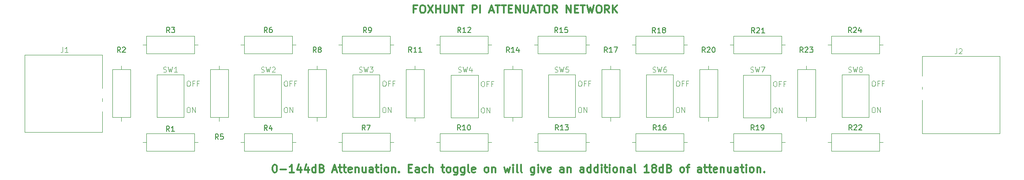
<source format=gbr>
%TF.GenerationSoftware,KiCad,Pcbnew,9.0.0*%
%TF.CreationDate,2025-08-17T09:20:06-07:00*%
%TF.ProjectId,FoxHuntAttenuator,466f7848-756e-4744-9174-74656e756174,rev?*%
%TF.SameCoordinates,Original*%
%TF.FileFunction,Legend,Top*%
%TF.FilePolarity,Positive*%
%FSLAX46Y46*%
G04 Gerber Fmt 4.6, Leading zero omitted, Abs format (unit mm)*
G04 Created by KiCad (PCBNEW 9.0.0) date 2025-08-17 09:20:06*
%MOMM*%
%LPD*%
G01*
G04 APERTURE LIST*
%ADD10C,0.300000*%
%ADD11C,0.150000*%
%ADD12C,0.100000*%
%ADD13C,0.120000*%
%ADD14C,1.600000*%
%ADD15O,1.600000X1.600000*%
%ADD16C,2.000000*%
%ADD17C,2.100000*%
%ADD18C,2.700000*%
G04 APERTURE END LIST*
D10*
X145044510Y-104085114D02*
X144544510Y-104085114D01*
X144544510Y-104870828D02*
X144544510Y-103370828D01*
X144544510Y-103370828D02*
X145258796Y-103370828D01*
X146115939Y-103370828D02*
X146401653Y-103370828D01*
X146401653Y-103370828D02*
X146544510Y-103442257D01*
X146544510Y-103442257D02*
X146687367Y-103585114D01*
X146687367Y-103585114D02*
X146758796Y-103870828D01*
X146758796Y-103870828D02*
X146758796Y-104370828D01*
X146758796Y-104370828D02*
X146687367Y-104656542D01*
X146687367Y-104656542D02*
X146544510Y-104799400D01*
X146544510Y-104799400D02*
X146401653Y-104870828D01*
X146401653Y-104870828D02*
X146115939Y-104870828D01*
X146115939Y-104870828D02*
X145973082Y-104799400D01*
X145973082Y-104799400D02*
X145830224Y-104656542D01*
X145830224Y-104656542D02*
X145758796Y-104370828D01*
X145758796Y-104370828D02*
X145758796Y-103870828D01*
X145758796Y-103870828D02*
X145830224Y-103585114D01*
X145830224Y-103585114D02*
X145973082Y-103442257D01*
X145973082Y-103442257D02*
X146115939Y-103370828D01*
X147258796Y-103370828D02*
X148258796Y-104870828D01*
X148258796Y-103370828D02*
X147258796Y-104870828D01*
X148830224Y-104870828D02*
X148830224Y-103370828D01*
X148830224Y-104085114D02*
X149687367Y-104085114D01*
X149687367Y-104870828D02*
X149687367Y-103370828D01*
X150401653Y-103370828D02*
X150401653Y-104585114D01*
X150401653Y-104585114D02*
X150473082Y-104727971D01*
X150473082Y-104727971D02*
X150544511Y-104799400D01*
X150544511Y-104799400D02*
X150687368Y-104870828D01*
X150687368Y-104870828D02*
X150973082Y-104870828D01*
X150973082Y-104870828D02*
X151115939Y-104799400D01*
X151115939Y-104799400D02*
X151187368Y-104727971D01*
X151187368Y-104727971D02*
X151258796Y-104585114D01*
X151258796Y-104585114D02*
X151258796Y-103370828D01*
X151973082Y-104870828D02*
X151973082Y-103370828D01*
X151973082Y-103370828D02*
X152830225Y-104870828D01*
X152830225Y-104870828D02*
X152830225Y-103370828D01*
X153330226Y-103370828D02*
X154187369Y-103370828D01*
X153758797Y-104870828D02*
X153758797Y-103370828D01*
X155830225Y-104870828D02*
X155830225Y-103370828D01*
X155830225Y-103370828D02*
X156401654Y-103370828D01*
X156401654Y-103370828D02*
X156544511Y-103442257D01*
X156544511Y-103442257D02*
X156615940Y-103513685D01*
X156615940Y-103513685D02*
X156687368Y-103656542D01*
X156687368Y-103656542D02*
X156687368Y-103870828D01*
X156687368Y-103870828D02*
X156615940Y-104013685D01*
X156615940Y-104013685D02*
X156544511Y-104085114D01*
X156544511Y-104085114D02*
X156401654Y-104156542D01*
X156401654Y-104156542D02*
X155830225Y-104156542D01*
X157330225Y-104870828D02*
X157330225Y-103370828D01*
X159115940Y-104442257D02*
X159830226Y-104442257D01*
X158973083Y-104870828D02*
X159473083Y-103370828D01*
X159473083Y-103370828D02*
X159973083Y-104870828D01*
X160258797Y-103370828D02*
X161115940Y-103370828D01*
X160687368Y-104870828D02*
X160687368Y-103370828D01*
X161401654Y-103370828D02*
X162258797Y-103370828D01*
X161830225Y-104870828D02*
X161830225Y-103370828D01*
X162758796Y-104085114D02*
X163258796Y-104085114D01*
X163473082Y-104870828D02*
X162758796Y-104870828D01*
X162758796Y-104870828D02*
X162758796Y-103370828D01*
X162758796Y-103370828D02*
X163473082Y-103370828D01*
X164115939Y-104870828D02*
X164115939Y-103370828D01*
X164115939Y-103370828D02*
X164973082Y-104870828D01*
X164973082Y-104870828D02*
X164973082Y-103370828D01*
X165687368Y-103370828D02*
X165687368Y-104585114D01*
X165687368Y-104585114D02*
X165758797Y-104727971D01*
X165758797Y-104727971D02*
X165830226Y-104799400D01*
X165830226Y-104799400D02*
X165973083Y-104870828D01*
X165973083Y-104870828D02*
X166258797Y-104870828D01*
X166258797Y-104870828D02*
X166401654Y-104799400D01*
X166401654Y-104799400D02*
X166473083Y-104727971D01*
X166473083Y-104727971D02*
X166544511Y-104585114D01*
X166544511Y-104585114D02*
X166544511Y-103370828D01*
X167187369Y-104442257D02*
X167901655Y-104442257D01*
X167044512Y-104870828D02*
X167544512Y-103370828D01*
X167544512Y-103370828D02*
X168044512Y-104870828D01*
X168330226Y-103370828D02*
X169187369Y-103370828D01*
X168758797Y-104870828D02*
X168758797Y-103370828D01*
X169973083Y-103370828D02*
X170258797Y-103370828D01*
X170258797Y-103370828D02*
X170401654Y-103442257D01*
X170401654Y-103442257D02*
X170544511Y-103585114D01*
X170544511Y-103585114D02*
X170615940Y-103870828D01*
X170615940Y-103870828D02*
X170615940Y-104370828D01*
X170615940Y-104370828D02*
X170544511Y-104656542D01*
X170544511Y-104656542D02*
X170401654Y-104799400D01*
X170401654Y-104799400D02*
X170258797Y-104870828D01*
X170258797Y-104870828D02*
X169973083Y-104870828D01*
X169973083Y-104870828D02*
X169830226Y-104799400D01*
X169830226Y-104799400D02*
X169687368Y-104656542D01*
X169687368Y-104656542D02*
X169615940Y-104370828D01*
X169615940Y-104370828D02*
X169615940Y-103870828D01*
X169615940Y-103870828D02*
X169687368Y-103585114D01*
X169687368Y-103585114D02*
X169830226Y-103442257D01*
X169830226Y-103442257D02*
X169973083Y-103370828D01*
X172115940Y-104870828D02*
X171615940Y-104156542D01*
X171258797Y-104870828D02*
X171258797Y-103370828D01*
X171258797Y-103370828D02*
X171830226Y-103370828D01*
X171830226Y-103370828D02*
X171973083Y-103442257D01*
X171973083Y-103442257D02*
X172044512Y-103513685D01*
X172044512Y-103513685D02*
X172115940Y-103656542D01*
X172115940Y-103656542D02*
X172115940Y-103870828D01*
X172115940Y-103870828D02*
X172044512Y-104013685D01*
X172044512Y-104013685D02*
X171973083Y-104085114D01*
X171973083Y-104085114D02*
X171830226Y-104156542D01*
X171830226Y-104156542D02*
X171258797Y-104156542D01*
X173901654Y-104870828D02*
X173901654Y-103370828D01*
X173901654Y-103370828D02*
X174758797Y-104870828D01*
X174758797Y-104870828D02*
X174758797Y-103370828D01*
X175473083Y-104085114D02*
X175973083Y-104085114D01*
X176187369Y-104870828D02*
X175473083Y-104870828D01*
X175473083Y-104870828D02*
X175473083Y-103370828D01*
X175473083Y-103370828D02*
X176187369Y-103370828D01*
X176615941Y-103370828D02*
X177473084Y-103370828D01*
X177044512Y-104870828D02*
X177044512Y-103370828D01*
X177830226Y-103370828D02*
X178187369Y-104870828D01*
X178187369Y-104870828D02*
X178473083Y-103799400D01*
X178473083Y-103799400D02*
X178758798Y-104870828D01*
X178758798Y-104870828D02*
X179115941Y-103370828D01*
X179973084Y-103370828D02*
X180258798Y-103370828D01*
X180258798Y-103370828D02*
X180401655Y-103442257D01*
X180401655Y-103442257D02*
X180544512Y-103585114D01*
X180544512Y-103585114D02*
X180615941Y-103870828D01*
X180615941Y-103870828D02*
X180615941Y-104370828D01*
X180615941Y-104370828D02*
X180544512Y-104656542D01*
X180544512Y-104656542D02*
X180401655Y-104799400D01*
X180401655Y-104799400D02*
X180258798Y-104870828D01*
X180258798Y-104870828D02*
X179973084Y-104870828D01*
X179973084Y-104870828D02*
X179830227Y-104799400D01*
X179830227Y-104799400D02*
X179687369Y-104656542D01*
X179687369Y-104656542D02*
X179615941Y-104370828D01*
X179615941Y-104370828D02*
X179615941Y-103870828D01*
X179615941Y-103870828D02*
X179687369Y-103585114D01*
X179687369Y-103585114D02*
X179830227Y-103442257D01*
X179830227Y-103442257D02*
X179973084Y-103370828D01*
X182115941Y-104870828D02*
X181615941Y-104156542D01*
X181258798Y-104870828D02*
X181258798Y-103370828D01*
X181258798Y-103370828D02*
X181830227Y-103370828D01*
X181830227Y-103370828D02*
X181973084Y-103442257D01*
X181973084Y-103442257D02*
X182044513Y-103513685D01*
X182044513Y-103513685D02*
X182115941Y-103656542D01*
X182115941Y-103656542D02*
X182115941Y-103870828D01*
X182115941Y-103870828D02*
X182044513Y-104013685D01*
X182044513Y-104013685D02*
X181973084Y-104085114D01*
X181973084Y-104085114D02*
X181830227Y-104156542D01*
X181830227Y-104156542D02*
X181258798Y-104156542D01*
X182758798Y-104870828D02*
X182758798Y-103370828D01*
X183615941Y-104870828D02*
X182973084Y-104013685D01*
X183615941Y-103370828D02*
X182758798Y-104227971D01*
X117790225Y-134110828D02*
X117933082Y-134110828D01*
X117933082Y-134110828D02*
X118075939Y-134182257D01*
X118075939Y-134182257D02*
X118147368Y-134253685D01*
X118147368Y-134253685D02*
X118218796Y-134396542D01*
X118218796Y-134396542D02*
X118290225Y-134682257D01*
X118290225Y-134682257D02*
X118290225Y-135039400D01*
X118290225Y-135039400D02*
X118218796Y-135325114D01*
X118218796Y-135325114D02*
X118147368Y-135467971D01*
X118147368Y-135467971D02*
X118075939Y-135539400D01*
X118075939Y-135539400D02*
X117933082Y-135610828D01*
X117933082Y-135610828D02*
X117790225Y-135610828D01*
X117790225Y-135610828D02*
X117647368Y-135539400D01*
X117647368Y-135539400D02*
X117575939Y-135467971D01*
X117575939Y-135467971D02*
X117504510Y-135325114D01*
X117504510Y-135325114D02*
X117433082Y-135039400D01*
X117433082Y-135039400D02*
X117433082Y-134682257D01*
X117433082Y-134682257D02*
X117504510Y-134396542D01*
X117504510Y-134396542D02*
X117575939Y-134253685D01*
X117575939Y-134253685D02*
X117647368Y-134182257D01*
X117647368Y-134182257D02*
X117790225Y-134110828D01*
X118933081Y-135039400D02*
X120075939Y-135039400D01*
X121575939Y-135610828D02*
X120718796Y-135610828D01*
X121147367Y-135610828D02*
X121147367Y-134110828D01*
X121147367Y-134110828D02*
X121004510Y-134325114D01*
X121004510Y-134325114D02*
X120861653Y-134467971D01*
X120861653Y-134467971D02*
X120718796Y-134539400D01*
X122861653Y-134610828D02*
X122861653Y-135610828D01*
X122504510Y-134039400D02*
X122147367Y-135110828D01*
X122147367Y-135110828D02*
X123075938Y-135110828D01*
X124290224Y-134610828D02*
X124290224Y-135610828D01*
X123933081Y-134039400D02*
X123575938Y-135110828D01*
X123575938Y-135110828D02*
X124504509Y-135110828D01*
X125718795Y-135610828D02*
X125718795Y-134110828D01*
X125718795Y-135539400D02*
X125575937Y-135610828D01*
X125575937Y-135610828D02*
X125290223Y-135610828D01*
X125290223Y-135610828D02*
X125147366Y-135539400D01*
X125147366Y-135539400D02*
X125075937Y-135467971D01*
X125075937Y-135467971D02*
X125004509Y-135325114D01*
X125004509Y-135325114D02*
X125004509Y-134896542D01*
X125004509Y-134896542D02*
X125075937Y-134753685D01*
X125075937Y-134753685D02*
X125147366Y-134682257D01*
X125147366Y-134682257D02*
X125290223Y-134610828D01*
X125290223Y-134610828D02*
X125575937Y-134610828D01*
X125575937Y-134610828D02*
X125718795Y-134682257D01*
X126933080Y-134825114D02*
X127147366Y-134896542D01*
X127147366Y-134896542D02*
X127218795Y-134967971D01*
X127218795Y-134967971D02*
X127290223Y-135110828D01*
X127290223Y-135110828D02*
X127290223Y-135325114D01*
X127290223Y-135325114D02*
X127218795Y-135467971D01*
X127218795Y-135467971D02*
X127147366Y-135539400D01*
X127147366Y-135539400D02*
X127004509Y-135610828D01*
X127004509Y-135610828D02*
X126433080Y-135610828D01*
X126433080Y-135610828D02*
X126433080Y-134110828D01*
X126433080Y-134110828D02*
X126933080Y-134110828D01*
X126933080Y-134110828D02*
X127075938Y-134182257D01*
X127075938Y-134182257D02*
X127147366Y-134253685D01*
X127147366Y-134253685D02*
X127218795Y-134396542D01*
X127218795Y-134396542D02*
X127218795Y-134539400D01*
X127218795Y-134539400D02*
X127147366Y-134682257D01*
X127147366Y-134682257D02*
X127075938Y-134753685D01*
X127075938Y-134753685D02*
X126933080Y-134825114D01*
X126933080Y-134825114D02*
X126433080Y-134825114D01*
X129004509Y-135182257D02*
X129718795Y-135182257D01*
X128861652Y-135610828D02*
X129361652Y-134110828D01*
X129361652Y-134110828D02*
X129861652Y-135610828D01*
X130147366Y-134610828D02*
X130718794Y-134610828D01*
X130361651Y-134110828D02*
X130361651Y-135396542D01*
X130361651Y-135396542D02*
X130433080Y-135539400D01*
X130433080Y-135539400D02*
X130575937Y-135610828D01*
X130575937Y-135610828D02*
X130718794Y-135610828D01*
X131004509Y-134610828D02*
X131575937Y-134610828D01*
X131218794Y-134110828D02*
X131218794Y-135396542D01*
X131218794Y-135396542D02*
X131290223Y-135539400D01*
X131290223Y-135539400D02*
X131433080Y-135610828D01*
X131433080Y-135610828D02*
X131575937Y-135610828D01*
X132647366Y-135539400D02*
X132504509Y-135610828D01*
X132504509Y-135610828D02*
X132218795Y-135610828D01*
X132218795Y-135610828D02*
X132075937Y-135539400D01*
X132075937Y-135539400D02*
X132004509Y-135396542D01*
X132004509Y-135396542D02*
X132004509Y-134825114D01*
X132004509Y-134825114D02*
X132075937Y-134682257D01*
X132075937Y-134682257D02*
X132218795Y-134610828D01*
X132218795Y-134610828D02*
X132504509Y-134610828D01*
X132504509Y-134610828D02*
X132647366Y-134682257D01*
X132647366Y-134682257D02*
X132718795Y-134825114D01*
X132718795Y-134825114D02*
X132718795Y-134967971D01*
X132718795Y-134967971D02*
X132004509Y-135110828D01*
X133361651Y-134610828D02*
X133361651Y-135610828D01*
X133361651Y-134753685D02*
X133433080Y-134682257D01*
X133433080Y-134682257D02*
X133575937Y-134610828D01*
X133575937Y-134610828D02*
X133790223Y-134610828D01*
X133790223Y-134610828D02*
X133933080Y-134682257D01*
X133933080Y-134682257D02*
X134004509Y-134825114D01*
X134004509Y-134825114D02*
X134004509Y-135610828D01*
X135361652Y-134610828D02*
X135361652Y-135610828D01*
X134718794Y-134610828D02*
X134718794Y-135396542D01*
X134718794Y-135396542D02*
X134790223Y-135539400D01*
X134790223Y-135539400D02*
X134933080Y-135610828D01*
X134933080Y-135610828D02*
X135147366Y-135610828D01*
X135147366Y-135610828D02*
X135290223Y-135539400D01*
X135290223Y-135539400D02*
X135361652Y-135467971D01*
X136718795Y-135610828D02*
X136718795Y-134825114D01*
X136718795Y-134825114D02*
X136647366Y-134682257D01*
X136647366Y-134682257D02*
X136504509Y-134610828D01*
X136504509Y-134610828D02*
X136218795Y-134610828D01*
X136218795Y-134610828D02*
X136075937Y-134682257D01*
X136718795Y-135539400D02*
X136575937Y-135610828D01*
X136575937Y-135610828D02*
X136218795Y-135610828D01*
X136218795Y-135610828D02*
X136075937Y-135539400D01*
X136075937Y-135539400D02*
X136004509Y-135396542D01*
X136004509Y-135396542D02*
X136004509Y-135253685D01*
X136004509Y-135253685D02*
X136075937Y-135110828D01*
X136075937Y-135110828D02*
X136218795Y-135039400D01*
X136218795Y-135039400D02*
X136575937Y-135039400D01*
X136575937Y-135039400D02*
X136718795Y-134967971D01*
X137218795Y-134610828D02*
X137790223Y-134610828D01*
X137433080Y-134110828D02*
X137433080Y-135396542D01*
X137433080Y-135396542D02*
X137504509Y-135539400D01*
X137504509Y-135539400D02*
X137647366Y-135610828D01*
X137647366Y-135610828D02*
X137790223Y-135610828D01*
X138290223Y-135610828D02*
X138290223Y-134610828D01*
X138290223Y-134110828D02*
X138218795Y-134182257D01*
X138218795Y-134182257D02*
X138290223Y-134253685D01*
X138290223Y-134253685D02*
X138361652Y-134182257D01*
X138361652Y-134182257D02*
X138290223Y-134110828D01*
X138290223Y-134110828D02*
X138290223Y-134253685D01*
X139218795Y-135610828D02*
X139075938Y-135539400D01*
X139075938Y-135539400D02*
X139004509Y-135467971D01*
X139004509Y-135467971D02*
X138933081Y-135325114D01*
X138933081Y-135325114D02*
X138933081Y-134896542D01*
X138933081Y-134896542D02*
X139004509Y-134753685D01*
X139004509Y-134753685D02*
X139075938Y-134682257D01*
X139075938Y-134682257D02*
X139218795Y-134610828D01*
X139218795Y-134610828D02*
X139433081Y-134610828D01*
X139433081Y-134610828D02*
X139575938Y-134682257D01*
X139575938Y-134682257D02*
X139647367Y-134753685D01*
X139647367Y-134753685D02*
X139718795Y-134896542D01*
X139718795Y-134896542D02*
X139718795Y-135325114D01*
X139718795Y-135325114D02*
X139647367Y-135467971D01*
X139647367Y-135467971D02*
X139575938Y-135539400D01*
X139575938Y-135539400D02*
X139433081Y-135610828D01*
X139433081Y-135610828D02*
X139218795Y-135610828D01*
X140361652Y-134610828D02*
X140361652Y-135610828D01*
X140361652Y-134753685D02*
X140433081Y-134682257D01*
X140433081Y-134682257D02*
X140575938Y-134610828D01*
X140575938Y-134610828D02*
X140790224Y-134610828D01*
X140790224Y-134610828D02*
X140933081Y-134682257D01*
X140933081Y-134682257D02*
X141004510Y-134825114D01*
X141004510Y-134825114D02*
X141004510Y-135610828D01*
X141718795Y-135467971D02*
X141790224Y-135539400D01*
X141790224Y-135539400D02*
X141718795Y-135610828D01*
X141718795Y-135610828D02*
X141647367Y-135539400D01*
X141647367Y-135539400D02*
X141718795Y-135467971D01*
X141718795Y-135467971D02*
X141718795Y-135610828D01*
X143575938Y-134825114D02*
X144075938Y-134825114D01*
X144290224Y-135610828D02*
X143575938Y-135610828D01*
X143575938Y-135610828D02*
X143575938Y-134110828D01*
X143575938Y-134110828D02*
X144290224Y-134110828D01*
X145575939Y-135610828D02*
X145575939Y-134825114D01*
X145575939Y-134825114D02*
X145504510Y-134682257D01*
X145504510Y-134682257D02*
X145361653Y-134610828D01*
X145361653Y-134610828D02*
X145075939Y-134610828D01*
X145075939Y-134610828D02*
X144933081Y-134682257D01*
X145575939Y-135539400D02*
X145433081Y-135610828D01*
X145433081Y-135610828D02*
X145075939Y-135610828D01*
X145075939Y-135610828D02*
X144933081Y-135539400D01*
X144933081Y-135539400D02*
X144861653Y-135396542D01*
X144861653Y-135396542D02*
X144861653Y-135253685D01*
X144861653Y-135253685D02*
X144933081Y-135110828D01*
X144933081Y-135110828D02*
X145075939Y-135039400D01*
X145075939Y-135039400D02*
X145433081Y-135039400D01*
X145433081Y-135039400D02*
X145575939Y-134967971D01*
X146933082Y-135539400D02*
X146790224Y-135610828D01*
X146790224Y-135610828D02*
X146504510Y-135610828D01*
X146504510Y-135610828D02*
X146361653Y-135539400D01*
X146361653Y-135539400D02*
X146290224Y-135467971D01*
X146290224Y-135467971D02*
X146218796Y-135325114D01*
X146218796Y-135325114D02*
X146218796Y-134896542D01*
X146218796Y-134896542D02*
X146290224Y-134753685D01*
X146290224Y-134753685D02*
X146361653Y-134682257D01*
X146361653Y-134682257D02*
X146504510Y-134610828D01*
X146504510Y-134610828D02*
X146790224Y-134610828D01*
X146790224Y-134610828D02*
X146933082Y-134682257D01*
X147575938Y-135610828D02*
X147575938Y-134110828D01*
X148218796Y-135610828D02*
X148218796Y-134825114D01*
X148218796Y-134825114D02*
X148147367Y-134682257D01*
X148147367Y-134682257D02*
X148004510Y-134610828D01*
X148004510Y-134610828D02*
X147790224Y-134610828D01*
X147790224Y-134610828D02*
X147647367Y-134682257D01*
X147647367Y-134682257D02*
X147575938Y-134753685D01*
X149861653Y-134610828D02*
X150433081Y-134610828D01*
X150075938Y-134110828D02*
X150075938Y-135396542D01*
X150075938Y-135396542D02*
X150147367Y-135539400D01*
X150147367Y-135539400D02*
X150290224Y-135610828D01*
X150290224Y-135610828D02*
X150433081Y-135610828D01*
X151147367Y-135610828D02*
X151004510Y-135539400D01*
X151004510Y-135539400D02*
X150933081Y-135467971D01*
X150933081Y-135467971D02*
X150861653Y-135325114D01*
X150861653Y-135325114D02*
X150861653Y-134896542D01*
X150861653Y-134896542D02*
X150933081Y-134753685D01*
X150933081Y-134753685D02*
X151004510Y-134682257D01*
X151004510Y-134682257D02*
X151147367Y-134610828D01*
X151147367Y-134610828D02*
X151361653Y-134610828D01*
X151361653Y-134610828D02*
X151504510Y-134682257D01*
X151504510Y-134682257D02*
X151575939Y-134753685D01*
X151575939Y-134753685D02*
X151647367Y-134896542D01*
X151647367Y-134896542D02*
X151647367Y-135325114D01*
X151647367Y-135325114D02*
X151575939Y-135467971D01*
X151575939Y-135467971D02*
X151504510Y-135539400D01*
X151504510Y-135539400D02*
X151361653Y-135610828D01*
X151361653Y-135610828D02*
X151147367Y-135610828D01*
X152933082Y-134610828D02*
X152933082Y-135825114D01*
X152933082Y-135825114D02*
X152861653Y-135967971D01*
X152861653Y-135967971D02*
X152790224Y-136039400D01*
X152790224Y-136039400D02*
X152647367Y-136110828D01*
X152647367Y-136110828D02*
X152433082Y-136110828D01*
X152433082Y-136110828D02*
X152290224Y-136039400D01*
X152933082Y-135539400D02*
X152790224Y-135610828D01*
X152790224Y-135610828D02*
X152504510Y-135610828D01*
X152504510Y-135610828D02*
X152361653Y-135539400D01*
X152361653Y-135539400D02*
X152290224Y-135467971D01*
X152290224Y-135467971D02*
X152218796Y-135325114D01*
X152218796Y-135325114D02*
X152218796Y-134896542D01*
X152218796Y-134896542D02*
X152290224Y-134753685D01*
X152290224Y-134753685D02*
X152361653Y-134682257D01*
X152361653Y-134682257D02*
X152504510Y-134610828D01*
X152504510Y-134610828D02*
X152790224Y-134610828D01*
X152790224Y-134610828D02*
X152933082Y-134682257D01*
X154290225Y-134610828D02*
X154290225Y-135825114D01*
X154290225Y-135825114D02*
X154218796Y-135967971D01*
X154218796Y-135967971D02*
X154147367Y-136039400D01*
X154147367Y-136039400D02*
X154004510Y-136110828D01*
X154004510Y-136110828D02*
X153790225Y-136110828D01*
X153790225Y-136110828D02*
X153647367Y-136039400D01*
X154290225Y-135539400D02*
X154147367Y-135610828D01*
X154147367Y-135610828D02*
X153861653Y-135610828D01*
X153861653Y-135610828D02*
X153718796Y-135539400D01*
X153718796Y-135539400D02*
X153647367Y-135467971D01*
X153647367Y-135467971D02*
X153575939Y-135325114D01*
X153575939Y-135325114D02*
X153575939Y-134896542D01*
X153575939Y-134896542D02*
X153647367Y-134753685D01*
X153647367Y-134753685D02*
X153718796Y-134682257D01*
X153718796Y-134682257D02*
X153861653Y-134610828D01*
X153861653Y-134610828D02*
X154147367Y-134610828D01*
X154147367Y-134610828D02*
X154290225Y-134682257D01*
X155218796Y-135610828D02*
X155075939Y-135539400D01*
X155075939Y-135539400D02*
X155004510Y-135396542D01*
X155004510Y-135396542D02*
X155004510Y-134110828D01*
X156361653Y-135539400D02*
X156218796Y-135610828D01*
X156218796Y-135610828D02*
X155933082Y-135610828D01*
X155933082Y-135610828D02*
X155790224Y-135539400D01*
X155790224Y-135539400D02*
X155718796Y-135396542D01*
X155718796Y-135396542D02*
X155718796Y-134825114D01*
X155718796Y-134825114D02*
X155790224Y-134682257D01*
X155790224Y-134682257D02*
X155933082Y-134610828D01*
X155933082Y-134610828D02*
X156218796Y-134610828D01*
X156218796Y-134610828D02*
X156361653Y-134682257D01*
X156361653Y-134682257D02*
X156433082Y-134825114D01*
X156433082Y-134825114D02*
X156433082Y-134967971D01*
X156433082Y-134967971D02*
X155718796Y-135110828D01*
X158433081Y-135610828D02*
X158290224Y-135539400D01*
X158290224Y-135539400D02*
X158218795Y-135467971D01*
X158218795Y-135467971D02*
X158147367Y-135325114D01*
X158147367Y-135325114D02*
X158147367Y-134896542D01*
X158147367Y-134896542D02*
X158218795Y-134753685D01*
X158218795Y-134753685D02*
X158290224Y-134682257D01*
X158290224Y-134682257D02*
X158433081Y-134610828D01*
X158433081Y-134610828D02*
X158647367Y-134610828D01*
X158647367Y-134610828D02*
X158790224Y-134682257D01*
X158790224Y-134682257D02*
X158861653Y-134753685D01*
X158861653Y-134753685D02*
X158933081Y-134896542D01*
X158933081Y-134896542D02*
X158933081Y-135325114D01*
X158933081Y-135325114D02*
X158861653Y-135467971D01*
X158861653Y-135467971D02*
X158790224Y-135539400D01*
X158790224Y-135539400D02*
X158647367Y-135610828D01*
X158647367Y-135610828D02*
X158433081Y-135610828D01*
X159575938Y-134610828D02*
X159575938Y-135610828D01*
X159575938Y-134753685D02*
X159647367Y-134682257D01*
X159647367Y-134682257D02*
X159790224Y-134610828D01*
X159790224Y-134610828D02*
X160004510Y-134610828D01*
X160004510Y-134610828D02*
X160147367Y-134682257D01*
X160147367Y-134682257D02*
X160218796Y-134825114D01*
X160218796Y-134825114D02*
X160218796Y-135610828D01*
X161933081Y-134610828D02*
X162218796Y-135610828D01*
X162218796Y-135610828D02*
X162504510Y-134896542D01*
X162504510Y-134896542D02*
X162790224Y-135610828D01*
X162790224Y-135610828D02*
X163075938Y-134610828D01*
X163647367Y-135610828D02*
X163647367Y-134610828D01*
X163647367Y-134110828D02*
X163575939Y-134182257D01*
X163575939Y-134182257D02*
X163647367Y-134253685D01*
X163647367Y-134253685D02*
X163718796Y-134182257D01*
X163718796Y-134182257D02*
X163647367Y-134110828D01*
X163647367Y-134110828D02*
X163647367Y-134253685D01*
X164575939Y-135610828D02*
X164433082Y-135539400D01*
X164433082Y-135539400D02*
X164361653Y-135396542D01*
X164361653Y-135396542D02*
X164361653Y-134110828D01*
X165361653Y-135610828D02*
X165218796Y-135539400D01*
X165218796Y-135539400D02*
X165147367Y-135396542D01*
X165147367Y-135396542D02*
X165147367Y-134110828D01*
X167718796Y-134610828D02*
X167718796Y-135825114D01*
X167718796Y-135825114D02*
X167647367Y-135967971D01*
X167647367Y-135967971D02*
X167575938Y-136039400D01*
X167575938Y-136039400D02*
X167433081Y-136110828D01*
X167433081Y-136110828D02*
X167218796Y-136110828D01*
X167218796Y-136110828D02*
X167075938Y-136039400D01*
X167718796Y-135539400D02*
X167575938Y-135610828D01*
X167575938Y-135610828D02*
X167290224Y-135610828D01*
X167290224Y-135610828D02*
X167147367Y-135539400D01*
X167147367Y-135539400D02*
X167075938Y-135467971D01*
X167075938Y-135467971D02*
X167004510Y-135325114D01*
X167004510Y-135325114D02*
X167004510Y-134896542D01*
X167004510Y-134896542D02*
X167075938Y-134753685D01*
X167075938Y-134753685D02*
X167147367Y-134682257D01*
X167147367Y-134682257D02*
X167290224Y-134610828D01*
X167290224Y-134610828D02*
X167575938Y-134610828D01*
X167575938Y-134610828D02*
X167718796Y-134682257D01*
X168433081Y-135610828D02*
X168433081Y-134610828D01*
X168433081Y-134110828D02*
X168361653Y-134182257D01*
X168361653Y-134182257D02*
X168433081Y-134253685D01*
X168433081Y-134253685D02*
X168504510Y-134182257D01*
X168504510Y-134182257D02*
X168433081Y-134110828D01*
X168433081Y-134110828D02*
X168433081Y-134253685D01*
X169004510Y-134610828D02*
X169361653Y-135610828D01*
X169361653Y-135610828D02*
X169718796Y-134610828D01*
X170861653Y-135539400D02*
X170718796Y-135610828D01*
X170718796Y-135610828D02*
X170433082Y-135610828D01*
X170433082Y-135610828D02*
X170290224Y-135539400D01*
X170290224Y-135539400D02*
X170218796Y-135396542D01*
X170218796Y-135396542D02*
X170218796Y-134825114D01*
X170218796Y-134825114D02*
X170290224Y-134682257D01*
X170290224Y-134682257D02*
X170433082Y-134610828D01*
X170433082Y-134610828D02*
X170718796Y-134610828D01*
X170718796Y-134610828D02*
X170861653Y-134682257D01*
X170861653Y-134682257D02*
X170933082Y-134825114D01*
X170933082Y-134825114D02*
X170933082Y-134967971D01*
X170933082Y-134967971D02*
X170218796Y-135110828D01*
X173361653Y-135610828D02*
X173361653Y-134825114D01*
X173361653Y-134825114D02*
X173290224Y-134682257D01*
X173290224Y-134682257D02*
X173147367Y-134610828D01*
X173147367Y-134610828D02*
X172861653Y-134610828D01*
X172861653Y-134610828D02*
X172718795Y-134682257D01*
X173361653Y-135539400D02*
X173218795Y-135610828D01*
X173218795Y-135610828D02*
X172861653Y-135610828D01*
X172861653Y-135610828D02*
X172718795Y-135539400D01*
X172718795Y-135539400D02*
X172647367Y-135396542D01*
X172647367Y-135396542D02*
X172647367Y-135253685D01*
X172647367Y-135253685D02*
X172718795Y-135110828D01*
X172718795Y-135110828D02*
X172861653Y-135039400D01*
X172861653Y-135039400D02*
X173218795Y-135039400D01*
X173218795Y-135039400D02*
X173361653Y-134967971D01*
X174075938Y-134610828D02*
X174075938Y-135610828D01*
X174075938Y-134753685D02*
X174147367Y-134682257D01*
X174147367Y-134682257D02*
X174290224Y-134610828D01*
X174290224Y-134610828D02*
X174504510Y-134610828D01*
X174504510Y-134610828D02*
X174647367Y-134682257D01*
X174647367Y-134682257D02*
X174718796Y-134825114D01*
X174718796Y-134825114D02*
X174718796Y-135610828D01*
X177218796Y-135610828D02*
X177218796Y-134825114D01*
X177218796Y-134825114D02*
X177147367Y-134682257D01*
X177147367Y-134682257D02*
X177004510Y-134610828D01*
X177004510Y-134610828D02*
X176718796Y-134610828D01*
X176718796Y-134610828D02*
X176575938Y-134682257D01*
X177218796Y-135539400D02*
X177075938Y-135610828D01*
X177075938Y-135610828D02*
X176718796Y-135610828D01*
X176718796Y-135610828D02*
X176575938Y-135539400D01*
X176575938Y-135539400D02*
X176504510Y-135396542D01*
X176504510Y-135396542D02*
X176504510Y-135253685D01*
X176504510Y-135253685D02*
X176575938Y-135110828D01*
X176575938Y-135110828D02*
X176718796Y-135039400D01*
X176718796Y-135039400D02*
X177075938Y-135039400D01*
X177075938Y-135039400D02*
X177218796Y-134967971D01*
X178575939Y-135610828D02*
X178575939Y-134110828D01*
X178575939Y-135539400D02*
X178433081Y-135610828D01*
X178433081Y-135610828D02*
X178147367Y-135610828D01*
X178147367Y-135610828D02*
X178004510Y-135539400D01*
X178004510Y-135539400D02*
X177933081Y-135467971D01*
X177933081Y-135467971D02*
X177861653Y-135325114D01*
X177861653Y-135325114D02*
X177861653Y-134896542D01*
X177861653Y-134896542D02*
X177933081Y-134753685D01*
X177933081Y-134753685D02*
X178004510Y-134682257D01*
X178004510Y-134682257D02*
X178147367Y-134610828D01*
X178147367Y-134610828D02*
X178433081Y-134610828D01*
X178433081Y-134610828D02*
X178575939Y-134682257D01*
X179933082Y-135610828D02*
X179933082Y-134110828D01*
X179933082Y-135539400D02*
X179790224Y-135610828D01*
X179790224Y-135610828D02*
X179504510Y-135610828D01*
X179504510Y-135610828D02*
X179361653Y-135539400D01*
X179361653Y-135539400D02*
X179290224Y-135467971D01*
X179290224Y-135467971D02*
X179218796Y-135325114D01*
X179218796Y-135325114D02*
X179218796Y-134896542D01*
X179218796Y-134896542D02*
X179290224Y-134753685D01*
X179290224Y-134753685D02*
X179361653Y-134682257D01*
X179361653Y-134682257D02*
X179504510Y-134610828D01*
X179504510Y-134610828D02*
X179790224Y-134610828D01*
X179790224Y-134610828D02*
X179933082Y-134682257D01*
X180647367Y-135610828D02*
X180647367Y-134610828D01*
X180647367Y-134110828D02*
X180575939Y-134182257D01*
X180575939Y-134182257D02*
X180647367Y-134253685D01*
X180647367Y-134253685D02*
X180718796Y-134182257D01*
X180718796Y-134182257D02*
X180647367Y-134110828D01*
X180647367Y-134110828D02*
X180647367Y-134253685D01*
X181147368Y-134610828D02*
X181718796Y-134610828D01*
X181361653Y-134110828D02*
X181361653Y-135396542D01*
X181361653Y-135396542D02*
X181433082Y-135539400D01*
X181433082Y-135539400D02*
X181575939Y-135610828D01*
X181575939Y-135610828D02*
X181718796Y-135610828D01*
X182218796Y-135610828D02*
X182218796Y-134610828D01*
X182218796Y-134110828D02*
X182147368Y-134182257D01*
X182147368Y-134182257D02*
X182218796Y-134253685D01*
X182218796Y-134253685D02*
X182290225Y-134182257D01*
X182290225Y-134182257D02*
X182218796Y-134110828D01*
X182218796Y-134110828D02*
X182218796Y-134253685D01*
X183147368Y-135610828D02*
X183004511Y-135539400D01*
X183004511Y-135539400D02*
X182933082Y-135467971D01*
X182933082Y-135467971D02*
X182861654Y-135325114D01*
X182861654Y-135325114D02*
X182861654Y-134896542D01*
X182861654Y-134896542D02*
X182933082Y-134753685D01*
X182933082Y-134753685D02*
X183004511Y-134682257D01*
X183004511Y-134682257D02*
X183147368Y-134610828D01*
X183147368Y-134610828D02*
X183361654Y-134610828D01*
X183361654Y-134610828D02*
X183504511Y-134682257D01*
X183504511Y-134682257D02*
X183575940Y-134753685D01*
X183575940Y-134753685D02*
X183647368Y-134896542D01*
X183647368Y-134896542D02*
X183647368Y-135325114D01*
X183647368Y-135325114D02*
X183575940Y-135467971D01*
X183575940Y-135467971D02*
X183504511Y-135539400D01*
X183504511Y-135539400D02*
X183361654Y-135610828D01*
X183361654Y-135610828D02*
X183147368Y-135610828D01*
X184290225Y-134610828D02*
X184290225Y-135610828D01*
X184290225Y-134753685D02*
X184361654Y-134682257D01*
X184361654Y-134682257D02*
X184504511Y-134610828D01*
X184504511Y-134610828D02*
X184718797Y-134610828D01*
X184718797Y-134610828D02*
X184861654Y-134682257D01*
X184861654Y-134682257D02*
X184933083Y-134825114D01*
X184933083Y-134825114D02*
X184933083Y-135610828D01*
X186290226Y-135610828D02*
X186290226Y-134825114D01*
X186290226Y-134825114D02*
X186218797Y-134682257D01*
X186218797Y-134682257D02*
X186075940Y-134610828D01*
X186075940Y-134610828D02*
X185790226Y-134610828D01*
X185790226Y-134610828D02*
X185647368Y-134682257D01*
X186290226Y-135539400D02*
X186147368Y-135610828D01*
X186147368Y-135610828D02*
X185790226Y-135610828D01*
X185790226Y-135610828D02*
X185647368Y-135539400D01*
X185647368Y-135539400D02*
X185575940Y-135396542D01*
X185575940Y-135396542D02*
X185575940Y-135253685D01*
X185575940Y-135253685D02*
X185647368Y-135110828D01*
X185647368Y-135110828D02*
X185790226Y-135039400D01*
X185790226Y-135039400D02*
X186147368Y-135039400D01*
X186147368Y-135039400D02*
X186290226Y-134967971D01*
X187218797Y-135610828D02*
X187075940Y-135539400D01*
X187075940Y-135539400D02*
X187004511Y-135396542D01*
X187004511Y-135396542D02*
X187004511Y-134110828D01*
X189718797Y-135610828D02*
X188861654Y-135610828D01*
X189290225Y-135610828D02*
X189290225Y-134110828D01*
X189290225Y-134110828D02*
X189147368Y-134325114D01*
X189147368Y-134325114D02*
X189004511Y-134467971D01*
X189004511Y-134467971D02*
X188861654Y-134539400D01*
X190575939Y-134753685D02*
X190433082Y-134682257D01*
X190433082Y-134682257D02*
X190361653Y-134610828D01*
X190361653Y-134610828D02*
X190290225Y-134467971D01*
X190290225Y-134467971D02*
X190290225Y-134396542D01*
X190290225Y-134396542D02*
X190361653Y-134253685D01*
X190361653Y-134253685D02*
X190433082Y-134182257D01*
X190433082Y-134182257D02*
X190575939Y-134110828D01*
X190575939Y-134110828D02*
X190861653Y-134110828D01*
X190861653Y-134110828D02*
X191004511Y-134182257D01*
X191004511Y-134182257D02*
X191075939Y-134253685D01*
X191075939Y-134253685D02*
X191147368Y-134396542D01*
X191147368Y-134396542D02*
X191147368Y-134467971D01*
X191147368Y-134467971D02*
X191075939Y-134610828D01*
X191075939Y-134610828D02*
X191004511Y-134682257D01*
X191004511Y-134682257D02*
X190861653Y-134753685D01*
X190861653Y-134753685D02*
X190575939Y-134753685D01*
X190575939Y-134753685D02*
X190433082Y-134825114D01*
X190433082Y-134825114D02*
X190361653Y-134896542D01*
X190361653Y-134896542D02*
X190290225Y-135039400D01*
X190290225Y-135039400D02*
X190290225Y-135325114D01*
X190290225Y-135325114D02*
X190361653Y-135467971D01*
X190361653Y-135467971D02*
X190433082Y-135539400D01*
X190433082Y-135539400D02*
X190575939Y-135610828D01*
X190575939Y-135610828D02*
X190861653Y-135610828D01*
X190861653Y-135610828D02*
X191004511Y-135539400D01*
X191004511Y-135539400D02*
X191075939Y-135467971D01*
X191075939Y-135467971D02*
X191147368Y-135325114D01*
X191147368Y-135325114D02*
X191147368Y-135039400D01*
X191147368Y-135039400D02*
X191075939Y-134896542D01*
X191075939Y-134896542D02*
X191004511Y-134825114D01*
X191004511Y-134825114D02*
X190861653Y-134753685D01*
X192433082Y-135610828D02*
X192433082Y-134110828D01*
X192433082Y-135539400D02*
X192290224Y-135610828D01*
X192290224Y-135610828D02*
X192004510Y-135610828D01*
X192004510Y-135610828D02*
X191861653Y-135539400D01*
X191861653Y-135539400D02*
X191790224Y-135467971D01*
X191790224Y-135467971D02*
X191718796Y-135325114D01*
X191718796Y-135325114D02*
X191718796Y-134896542D01*
X191718796Y-134896542D02*
X191790224Y-134753685D01*
X191790224Y-134753685D02*
X191861653Y-134682257D01*
X191861653Y-134682257D02*
X192004510Y-134610828D01*
X192004510Y-134610828D02*
X192290224Y-134610828D01*
X192290224Y-134610828D02*
X192433082Y-134682257D01*
X193647367Y-134825114D02*
X193861653Y-134896542D01*
X193861653Y-134896542D02*
X193933082Y-134967971D01*
X193933082Y-134967971D02*
X194004510Y-135110828D01*
X194004510Y-135110828D02*
X194004510Y-135325114D01*
X194004510Y-135325114D02*
X193933082Y-135467971D01*
X193933082Y-135467971D02*
X193861653Y-135539400D01*
X193861653Y-135539400D02*
X193718796Y-135610828D01*
X193718796Y-135610828D02*
X193147367Y-135610828D01*
X193147367Y-135610828D02*
X193147367Y-134110828D01*
X193147367Y-134110828D02*
X193647367Y-134110828D01*
X193647367Y-134110828D02*
X193790225Y-134182257D01*
X193790225Y-134182257D02*
X193861653Y-134253685D01*
X193861653Y-134253685D02*
X193933082Y-134396542D01*
X193933082Y-134396542D02*
X193933082Y-134539400D01*
X193933082Y-134539400D02*
X193861653Y-134682257D01*
X193861653Y-134682257D02*
X193790225Y-134753685D01*
X193790225Y-134753685D02*
X193647367Y-134825114D01*
X193647367Y-134825114D02*
X193147367Y-134825114D01*
X196004510Y-135610828D02*
X195861653Y-135539400D01*
X195861653Y-135539400D02*
X195790224Y-135467971D01*
X195790224Y-135467971D02*
X195718796Y-135325114D01*
X195718796Y-135325114D02*
X195718796Y-134896542D01*
X195718796Y-134896542D02*
X195790224Y-134753685D01*
X195790224Y-134753685D02*
X195861653Y-134682257D01*
X195861653Y-134682257D02*
X196004510Y-134610828D01*
X196004510Y-134610828D02*
X196218796Y-134610828D01*
X196218796Y-134610828D02*
X196361653Y-134682257D01*
X196361653Y-134682257D02*
X196433082Y-134753685D01*
X196433082Y-134753685D02*
X196504510Y-134896542D01*
X196504510Y-134896542D02*
X196504510Y-135325114D01*
X196504510Y-135325114D02*
X196433082Y-135467971D01*
X196433082Y-135467971D02*
X196361653Y-135539400D01*
X196361653Y-135539400D02*
X196218796Y-135610828D01*
X196218796Y-135610828D02*
X196004510Y-135610828D01*
X196933082Y-134610828D02*
X197504510Y-134610828D01*
X197147367Y-135610828D02*
X197147367Y-134325114D01*
X197147367Y-134325114D02*
X197218796Y-134182257D01*
X197218796Y-134182257D02*
X197361653Y-134110828D01*
X197361653Y-134110828D02*
X197504510Y-134110828D01*
X199790225Y-135610828D02*
X199790225Y-134825114D01*
X199790225Y-134825114D02*
X199718796Y-134682257D01*
X199718796Y-134682257D02*
X199575939Y-134610828D01*
X199575939Y-134610828D02*
X199290225Y-134610828D01*
X199290225Y-134610828D02*
X199147367Y-134682257D01*
X199790225Y-135539400D02*
X199647367Y-135610828D01*
X199647367Y-135610828D02*
X199290225Y-135610828D01*
X199290225Y-135610828D02*
X199147367Y-135539400D01*
X199147367Y-135539400D02*
X199075939Y-135396542D01*
X199075939Y-135396542D02*
X199075939Y-135253685D01*
X199075939Y-135253685D02*
X199147367Y-135110828D01*
X199147367Y-135110828D02*
X199290225Y-135039400D01*
X199290225Y-135039400D02*
X199647367Y-135039400D01*
X199647367Y-135039400D02*
X199790225Y-134967971D01*
X200290225Y-134610828D02*
X200861653Y-134610828D01*
X200504510Y-134110828D02*
X200504510Y-135396542D01*
X200504510Y-135396542D02*
X200575939Y-135539400D01*
X200575939Y-135539400D02*
X200718796Y-135610828D01*
X200718796Y-135610828D02*
X200861653Y-135610828D01*
X201147368Y-134610828D02*
X201718796Y-134610828D01*
X201361653Y-134110828D02*
X201361653Y-135396542D01*
X201361653Y-135396542D02*
X201433082Y-135539400D01*
X201433082Y-135539400D02*
X201575939Y-135610828D01*
X201575939Y-135610828D02*
X201718796Y-135610828D01*
X202790225Y-135539400D02*
X202647368Y-135610828D01*
X202647368Y-135610828D02*
X202361654Y-135610828D01*
X202361654Y-135610828D02*
X202218796Y-135539400D01*
X202218796Y-135539400D02*
X202147368Y-135396542D01*
X202147368Y-135396542D02*
X202147368Y-134825114D01*
X202147368Y-134825114D02*
X202218796Y-134682257D01*
X202218796Y-134682257D02*
X202361654Y-134610828D01*
X202361654Y-134610828D02*
X202647368Y-134610828D01*
X202647368Y-134610828D02*
X202790225Y-134682257D01*
X202790225Y-134682257D02*
X202861654Y-134825114D01*
X202861654Y-134825114D02*
X202861654Y-134967971D01*
X202861654Y-134967971D02*
X202147368Y-135110828D01*
X203504510Y-134610828D02*
X203504510Y-135610828D01*
X203504510Y-134753685D02*
X203575939Y-134682257D01*
X203575939Y-134682257D02*
X203718796Y-134610828D01*
X203718796Y-134610828D02*
X203933082Y-134610828D01*
X203933082Y-134610828D02*
X204075939Y-134682257D01*
X204075939Y-134682257D02*
X204147368Y-134825114D01*
X204147368Y-134825114D02*
X204147368Y-135610828D01*
X205504511Y-134610828D02*
X205504511Y-135610828D01*
X204861653Y-134610828D02*
X204861653Y-135396542D01*
X204861653Y-135396542D02*
X204933082Y-135539400D01*
X204933082Y-135539400D02*
X205075939Y-135610828D01*
X205075939Y-135610828D02*
X205290225Y-135610828D01*
X205290225Y-135610828D02*
X205433082Y-135539400D01*
X205433082Y-135539400D02*
X205504511Y-135467971D01*
X206861654Y-135610828D02*
X206861654Y-134825114D01*
X206861654Y-134825114D02*
X206790225Y-134682257D01*
X206790225Y-134682257D02*
X206647368Y-134610828D01*
X206647368Y-134610828D02*
X206361654Y-134610828D01*
X206361654Y-134610828D02*
X206218796Y-134682257D01*
X206861654Y-135539400D02*
X206718796Y-135610828D01*
X206718796Y-135610828D02*
X206361654Y-135610828D01*
X206361654Y-135610828D02*
X206218796Y-135539400D01*
X206218796Y-135539400D02*
X206147368Y-135396542D01*
X206147368Y-135396542D02*
X206147368Y-135253685D01*
X206147368Y-135253685D02*
X206218796Y-135110828D01*
X206218796Y-135110828D02*
X206361654Y-135039400D01*
X206361654Y-135039400D02*
X206718796Y-135039400D01*
X206718796Y-135039400D02*
X206861654Y-134967971D01*
X207361654Y-134610828D02*
X207933082Y-134610828D01*
X207575939Y-134110828D02*
X207575939Y-135396542D01*
X207575939Y-135396542D02*
X207647368Y-135539400D01*
X207647368Y-135539400D02*
X207790225Y-135610828D01*
X207790225Y-135610828D02*
X207933082Y-135610828D01*
X208433082Y-135610828D02*
X208433082Y-134610828D01*
X208433082Y-134110828D02*
X208361654Y-134182257D01*
X208361654Y-134182257D02*
X208433082Y-134253685D01*
X208433082Y-134253685D02*
X208504511Y-134182257D01*
X208504511Y-134182257D02*
X208433082Y-134110828D01*
X208433082Y-134110828D02*
X208433082Y-134253685D01*
X209361654Y-135610828D02*
X209218797Y-135539400D01*
X209218797Y-135539400D02*
X209147368Y-135467971D01*
X209147368Y-135467971D02*
X209075940Y-135325114D01*
X209075940Y-135325114D02*
X209075940Y-134896542D01*
X209075940Y-134896542D02*
X209147368Y-134753685D01*
X209147368Y-134753685D02*
X209218797Y-134682257D01*
X209218797Y-134682257D02*
X209361654Y-134610828D01*
X209361654Y-134610828D02*
X209575940Y-134610828D01*
X209575940Y-134610828D02*
X209718797Y-134682257D01*
X209718797Y-134682257D02*
X209790226Y-134753685D01*
X209790226Y-134753685D02*
X209861654Y-134896542D01*
X209861654Y-134896542D02*
X209861654Y-135325114D01*
X209861654Y-135325114D02*
X209790226Y-135467971D01*
X209790226Y-135467971D02*
X209718797Y-135539400D01*
X209718797Y-135539400D02*
X209575940Y-135610828D01*
X209575940Y-135610828D02*
X209361654Y-135610828D01*
X210504511Y-134610828D02*
X210504511Y-135610828D01*
X210504511Y-134753685D02*
X210575940Y-134682257D01*
X210575940Y-134682257D02*
X210718797Y-134610828D01*
X210718797Y-134610828D02*
X210933083Y-134610828D01*
X210933083Y-134610828D02*
X211075940Y-134682257D01*
X211075940Y-134682257D02*
X211147369Y-134825114D01*
X211147369Y-134825114D02*
X211147369Y-135610828D01*
X211861654Y-135467971D02*
X211933083Y-135539400D01*
X211933083Y-135539400D02*
X211861654Y-135610828D01*
X211861654Y-135610828D02*
X211790226Y-135539400D01*
X211790226Y-135539400D02*
X211861654Y-135467971D01*
X211861654Y-135467971D02*
X211861654Y-135610828D01*
D11*
X97623333Y-127708819D02*
X97290000Y-127232628D01*
X97051905Y-127708819D02*
X97051905Y-126708819D01*
X97051905Y-126708819D02*
X97432857Y-126708819D01*
X97432857Y-126708819D02*
X97528095Y-126756438D01*
X97528095Y-126756438D02*
X97575714Y-126804057D01*
X97575714Y-126804057D02*
X97623333Y-126899295D01*
X97623333Y-126899295D02*
X97623333Y-127042152D01*
X97623333Y-127042152D02*
X97575714Y-127137390D01*
X97575714Y-127137390D02*
X97528095Y-127185009D01*
X97528095Y-127185009D02*
X97432857Y-127232628D01*
X97432857Y-127232628D02*
X97051905Y-127232628D01*
X98575714Y-127708819D02*
X98004286Y-127708819D01*
X98290000Y-127708819D02*
X98290000Y-126708819D01*
X98290000Y-126708819D02*
X98194762Y-126851676D01*
X98194762Y-126851676D02*
X98099524Y-126946914D01*
X98099524Y-126946914D02*
X98004286Y-126994533D01*
X219321142Y-112468819D02*
X218987809Y-111992628D01*
X218749714Y-112468819D02*
X218749714Y-111468819D01*
X218749714Y-111468819D02*
X219130666Y-111468819D01*
X219130666Y-111468819D02*
X219225904Y-111516438D01*
X219225904Y-111516438D02*
X219273523Y-111564057D01*
X219273523Y-111564057D02*
X219321142Y-111659295D01*
X219321142Y-111659295D02*
X219321142Y-111802152D01*
X219321142Y-111802152D02*
X219273523Y-111897390D01*
X219273523Y-111897390D02*
X219225904Y-111945009D01*
X219225904Y-111945009D02*
X219130666Y-111992628D01*
X219130666Y-111992628D02*
X218749714Y-111992628D01*
X219702095Y-111564057D02*
X219749714Y-111516438D01*
X219749714Y-111516438D02*
X219844952Y-111468819D01*
X219844952Y-111468819D02*
X220083047Y-111468819D01*
X220083047Y-111468819D02*
X220178285Y-111516438D01*
X220178285Y-111516438D02*
X220225904Y-111564057D01*
X220225904Y-111564057D02*
X220273523Y-111659295D01*
X220273523Y-111659295D02*
X220273523Y-111754533D01*
X220273523Y-111754533D02*
X220225904Y-111897390D01*
X220225904Y-111897390D02*
X219654476Y-112468819D01*
X219654476Y-112468819D02*
X220273523Y-112468819D01*
X220606857Y-111468819D02*
X221225904Y-111468819D01*
X221225904Y-111468819D02*
X220892571Y-111849771D01*
X220892571Y-111849771D02*
X221035428Y-111849771D01*
X221035428Y-111849771D02*
X221130666Y-111897390D01*
X221130666Y-111897390D02*
X221178285Y-111945009D01*
X221178285Y-111945009D02*
X221225904Y-112040247D01*
X221225904Y-112040247D02*
X221225904Y-112278342D01*
X221225904Y-112278342D02*
X221178285Y-112373580D01*
X221178285Y-112373580D02*
X221130666Y-112421200D01*
X221130666Y-112421200D02*
X221035428Y-112468819D01*
X221035428Y-112468819D02*
X220749714Y-112468819D01*
X220749714Y-112468819D02*
X220654476Y-112421200D01*
X220654476Y-112421200D02*
X220606857Y-112373580D01*
X209923142Y-127454819D02*
X209589809Y-126978628D01*
X209351714Y-127454819D02*
X209351714Y-126454819D01*
X209351714Y-126454819D02*
X209732666Y-126454819D01*
X209732666Y-126454819D02*
X209827904Y-126502438D01*
X209827904Y-126502438D02*
X209875523Y-126550057D01*
X209875523Y-126550057D02*
X209923142Y-126645295D01*
X209923142Y-126645295D02*
X209923142Y-126788152D01*
X209923142Y-126788152D02*
X209875523Y-126883390D01*
X209875523Y-126883390D02*
X209827904Y-126931009D01*
X209827904Y-126931009D02*
X209732666Y-126978628D01*
X209732666Y-126978628D02*
X209351714Y-126978628D01*
X210875523Y-127454819D02*
X210304095Y-127454819D01*
X210589809Y-127454819D02*
X210589809Y-126454819D01*
X210589809Y-126454819D02*
X210494571Y-126597676D01*
X210494571Y-126597676D02*
X210399333Y-126692914D01*
X210399333Y-126692914D02*
X210304095Y-126740533D01*
X211351714Y-127454819D02*
X211542190Y-127454819D01*
X211542190Y-127454819D02*
X211637428Y-127407200D01*
X211637428Y-127407200D02*
X211685047Y-127359580D01*
X211685047Y-127359580D02*
X211780285Y-127216723D01*
X211780285Y-127216723D02*
X211827904Y-127026247D01*
X211827904Y-127026247D02*
X211827904Y-126645295D01*
X211827904Y-126645295D02*
X211780285Y-126550057D01*
X211780285Y-126550057D02*
X211732666Y-126502438D01*
X211732666Y-126502438D02*
X211637428Y-126454819D01*
X211637428Y-126454819D02*
X211446952Y-126454819D01*
X211446952Y-126454819D02*
X211351714Y-126502438D01*
X211351714Y-126502438D02*
X211304095Y-126550057D01*
X211304095Y-126550057D02*
X211256476Y-126645295D01*
X211256476Y-126645295D02*
X211256476Y-126883390D01*
X211256476Y-126883390D02*
X211304095Y-126978628D01*
X211304095Y-126978628D02*
X211351714Y-127026247D01*
X211351714Y-127026247D02*
X211446952Y-127073866D01*
X211446952Y-127073866D02*
X211637428Y-127073866D01*
X211637428Y-127073866D02*
X211732666Y-127026247D01*
X211732666Y-127026247D02*
X211780285Y-126978628D01*
X211780285Y-126978628D02*
X211827904Y-126883390D01*
X210037142Y-108724819D02*
X209703809Y-108248628D01*
X209465714Y-108724819D02*
X209465714Y-107724819D01*
X209465714Y-107724819D02*
X209846666Y-107724819D01*
X209846666Y-107724819D02*
X209941904Y-107772438D01*
X209941904Y-107772438D02*
X209989523Y-107820057D01*
X209989523Y-107820057D02*
X210037142Y-107915295D01*
X210037142Y-107915295D02*
X210037142Y-108058152D01*
X210037142Y-108058152D02*
X209989523Y-108153390D01*
X209989523Y-108153390D02*
X209941904Y-108201009D01*
X209941904Y-108201009D02*
X209846666Y-108248628D01*
X209846666Y-108248628D02*
X209465714Y-108248628D01*
X210418095Y-107820057D02*
X210465714Y-107772438D01*
X210465714Y-107772438D02*
X210560952Y-107724819D01*
X210560952Y-107724819D02*
X210799047Y-107724819D01*
X210799047Y-107724819D02*
X210894285Y-107772438D01*
X210894285Y-107772438D02*
X210941904Y-107820057D01*
X210941904Y-107820057D02*
X210989523Y-107915295D01*
X210989523Y-107915295D02*
X210989523Y-108010533D01*
X210989523Y-108010533D02*
X210941904Y-108153390D01*
X210941904Y-108153390D02*
X210370476Y-108724819D01*
X210370476Y-108724819D02*
X210989523Y-108724819D01*
X211941904Y-108724819D02*
X211370476Y-108724819D01*
X211656190Y-108724819D02*
X211656190Y-107724819D01*
X211656190Y-107724819D02*
X211560952Y-107867676D01*
X211560952Y-107867676D02*
X211465714Y-107962914D01*
X211465714Y-107962914D02*
X211370476Y-108010533D01*
X181729142Y-112468819D02*
X181395809Y-111992628D01*
X181157714Y-112468819D02*
X181157714Y-111468819D01*
X181157714Y-111468819D02*
X181538666Y-111468819D01*
X181538666Y-111468819D02*
X181633904Y-111516438D01*
X181633904Y-111516438D02*
X181681523Y-111564057D01*
X181681523Y-111564057D02*
X181729142Y-111659295D01*
X181729142Y-111659295D02*
X181729142Y-111802152D01*
X181729142Y-111802152D02*
X181681523Y-111897390D01*
X181681523Y-111897390D02*
X181633904Y-111945009D01*
X181633904Y-111945009D02*
X181538666Y-111992628D01*
X181538666Y-111992628D02*
X181157714Y-111992628D01*
X182681523Y-112468819D02*
X182110095Y-112468819D01*
X182395809Y-112468819D02*
X182395809Y-111468819D01*
X182395809Y-111468819D02*
X182300571Y-111611676D01*
X182300571Y-111611676D02*
X182205333Y-111706914D01*
X182205333Y-111706914D02*
X182110095Y-111754533D01*
X183014857Y-111468819D02*
X183681523Y-111468819D01*
X183681523Y-111468819D02*
X183252952Y-112468819D01*
X97703333Y-108654819D02*
X97370000Y-108178628D01*
X97131905Y-108654819D02*
X97131905Y-107654819D01*
X97131905Y-107654819D02*
X97512857Y-107654819D01*
X97512857Y-107654819D02*
X97608095Y-107702438D01*
X97608095Y-107702438D02*
X97655714Y-107750057D01*
X97655714Y-107750057D02*
X97703333Y-107845295D01*
X97703333Y-107845295D02*
X97703333Y-107988152D01*
X97703333Y-107988152D02*
X97655714Y-108083390D01*
X97655714Y-108083390D02*
X97608095Y-108131009D01*
X97608095Y-108131009D02*
X97512857Y-108178628D01*
X97512857Y-108178628D02*
X97131905Y-108178628D01*
X98036667Y-107654819D02*
X98655714Y-107654819D01*
X98655714Y-107654819D02*
X98322381Y-108035771D01*
X98322381Y-108035771D02*
X98465238Y-108035771D01*
X98465238Y-108035771D02*
X98560476Y-108083390D01*
X98560476Y-108083390D02*
X98608095Y-108131009D01*
X98608095Y-108131009D02*
X98655714Y-108226247D01*
X98655714Y-108226247D02*
X98655714Y-108464342D01*
X98655714Y-108464342D02*
X98608095Y-108559580D01*
X98608095Y-108559580D02*
X98560476Y-108607200D01*
X98560476Y-108607200D02*
X98465238Y-108654819D01*
X98465238Y-108654819D02*
X98179524Y-108654819D01*
X98179524Y-108654819D02*
X98084286Y-108607200D01*
X98084286Y-108607200D02*
X98036667Y-108559580D01*
D12*
X77136666Y-111471419D02*
X77136666Y-112185704D01*
X77136666Y-112185704D02*
X77089047Y-112328561D01*
X77089047Y-112328561D02*
X76993809Y-112423800D01*
X76993809Y-112423800D02*
X76850952Y-112471419D01*
X76850952Y-112471419D02*
X76755714Y-112471419D01*
X78136666Y-112471419D02*
X77565238Y-112471419D01*
X77850952Y-112471419D02*
X77850952Y-111471419D01*
X77850952Y-111471419D02*
X77755714Y-111614276D01*
X77755714Y-111614276D02*
X77660476Y-111709514D01*
X77660476Y-111709514D02*
X77565238Y-111757133D01*
D11*
X144167142Y-112424819D02*
X143833809Y-111948628D01*
X143595714Y-112424819D02*
X143595714Y-111424819D01*
X143595714Y-111424819D02*
X143976666Y-111424819D01*
X143976666Y-111424819D02*
X144071904Y-111472438D01*
X144071904Y-111472438D02*
X144119523Y-111520057D01*
X144119523Y-111520057D02*
X144167142Y-111615295D01*
X144167142Y-111615295D02*
X144167142Y-111758152D01*
X144167142Y-111758152D02*
X144119523Y-111853390D01*
X144119523Y-111853390D02*
X144071904Y-111901009D01*
X144071904Y-111901009D02*
X143976666Y-111948628D01*
X143976666Y-111948628D02*
X143595714Y-111948628D01*
X145119523Y-112424819D02*
X144548095Y-112424819D01*
X144833809Y-112424819D02*
X144833809Y-111424819D01*
X144833809Y-111424819D02*
X144738571Y-111567676D01*
X144738571Y-111567676D02*
X144643333Y-111662914D01*
X144643333Y-111662914D02*
X144548095Y-111710533D01*
X146071904Y-112424819D02*
X145500476Y-112424819D01*
X145786190Y-112424819D02*
X145786190Y-111424819D01*
X145786190Y-111424819D02*
X145690952Y-111567676D01*
X145690952Y-111567676D02*
X145595714Y-111662914D01*
X145595714Y-111662914D02*
X145500476Y-111710533D01*
D12*
X153098667Y-116233800D02*
X153241524Y-116281419D01*
X153241524Y-116281419D02*
X153479619Y-116281419D01*
X153479619Y-116281419D02*
X153574857Y-116233800D01*
X153574857Y-116233800D02*
X153622476Y-116186180D01*
X153622476Y-116186180D02*
X153670095Y-116090942D01*
X153670095Y-116090942D02*
X153670095Y-115995704D01*
X153670095Y-115995704D02*
X153622476Y-115900466D01*
X153622476Y-115900466D02*
X153574857Y-115852847D01*
X153574857Y-115852847D02*
X153479619Y-115805228D01*
X153479619Y-115805228D02*
X153289143Y-115757609D01*
X153289143Y-115757609D02*
X153193905Y-115709990D01*
X153193905Y-115709990D02*
X153146286Y-115662371D01*
X153146286Y-115662371D02*
X153098667Y-115567133D01*
X153098667Y-115567133D02*
X153098667Y-115471895D01*
X153098667Y-115471895D02*
X153146286Y-115376657D01*
X153146286Y-115376657D02*
X153193905Y-115329038D01*
X153193905Y-115329038D02*
X153289143Y-115281419D01*
X153289143Y-115281419D02*
X153527238Y-115281419D01*
X153527238Y-115281419D02*
X153670095Y-115329038D01*
X154003429Y-115281419D02*
X154241524Y-116281419D01*
X154241524Y-116281419D02*
X154432000Y-115567133D01*
X154432000Y-115567133D02*
X154622476Y-116281419D01*
X154622476Y-116281419D02*
X154860572Y-115281419D01*
X155670095Y-115614752D02*
X155670095Y-116281419D01*
X155432000Y-115233800D02*
X155193905Y-115948085D01*
X155193905Y-115948085D02*
X155812952Y-115948085D01*
X157726360Y-123132419D02*
X157916836Y-123132419D01*
X157916836Y-123132419D02*
X158012074Y-123180038D01*
X158012074Y-123180038D02*
X158107312Y-123275276D01*
X158107312Y-123275276D02*
X158154931Y-123465752D01*
X158154931Y-123465752D02*
X158154931Y-123799085D01*
X158154931Y-123799085D02*
X158107312Y-123989561D01*
X158107312Y-123989561D02*
X158012074Y-124084800D01*
X158012074Y-124084800D02*
X157916836Y-124132419D01*
X157916836Y-124132419D02*
X157726360Y-124132419D01*
X157726360Y-124132419D02*
X157631122Y-124084800D01*
X157631122Y-124084800D02*
X157535884Y-123989561D01*
X157535884Y-123989561D02*
X157488265Y-123799085D01*
X157488265Y-123799085D02*
X157488265Y-123465752D01*
X157488265Y-123465752D02*
X157535884Y-123275276D01*
X157535884Y-123275276D02*
X157631122Y-123180038D01*
X157631122Y-123180038D02*
X157726360Y-123132419D01*
X158583503Y-124132419D02*
X158583503Y-123132419D01*
X158583503Y-123132419D02*
X159154931Y-124132419D01*
X159154931Y-124132419D02*
X159154931Y-123132419D01*
X157736360Y-118042419D02*
X157926836Y-118042419D01*
X157926836Y-118042419D02*
X158022074Y-118090038D01*
X158022074Y-118090038D02*
X158117312Y-118185276D01*
X158117312Y-118185276D02*
X158164931Y-118375752D01*
X158164931Y-118375752D02*
X158164931Y-118709085D01*
X158164931Y-118709085D02*
X158117312Y-118899561D01*
X158117312Y-118899561D02*
X158022074Y-118994800D01*
X158022074Y-118994800D02*
X157926836Y-119042419D01*
X157926836Y-119042419D02*
X157736360Y-119042419D01*
X157736360Y-119042419D02*
X157641122Y-118994800D01*
X157641122Y-118994800D02*
X157545884Y-118899561D01*
X157545884Y-118899561D02*
X157498265Y-118709085D01*
X157498265Y-118709085D02*
X157498265Y-118375752D01*
X157498265Y-118375752D02*
X157545884Y-118185276D01*
X157545884Y-118185276D02*
X157641122Y-118090038D01*
X157641122Y-118090038D02*
X157736360Y-118042419D01*
X158926836Y-118518609D02*
X158593503Y-118518609D01*
X158593503Y-119042419D02*
X158593503Y-118042419D01*
X158593503Y-118042419D02*
X159069693Y-118042419D01*
X159783979Y-118518609D02*
X159450646Y-118518609D01*
X159450646Y-119042419D02*
X159450646Y-118042419D01*
X159450646Y-118042419D02*
X159926836Y-118042419D01*
D11*
X191127142Y-127454819D02*
X190793809Y-126978628D01*
X190555714Y-127454819D02*
X190555714Y-126454819D01*
X190555714Y-126454819D02*
X190936666Y-126454819D01*
X190936666Y-126454819D02*
X191031904Y-126502438D01*
X191031904Y-126502438D02*
X191079523Y-126550057D01*
X191079523Y-126550057D02*
X191127142Y-126645295D01*
X191127142Y-126645295D02*
X191127142Y-126788152D01*
X191127142Y-126788152D02*
X191079523Y-126883390D01*
X191079523Y-126883390D02*
X191031904Y-126931009D01*
X191031904Y-126931009D02*
X190936666Y-126978628D01*
X190936666Y-126978628D02*
X190555714Y-126978628D01*
X192079523Y-127454819D02*
X191508095Y-127454819D01*
X191793809Y-127454819D02*
X191793809Y-126454819D01*
X191793809Y-126454819D02*
X191698571Y-126597676D01*
X191698571Y-126597676D02*
X191603333Y-126692914D01*
X191603333Y-126692914D02*
X191508095Y-126740533D01*
X192936666Y-126454819D02*
X192746190Y-126454819D01*
X192746190Y-126454819D02*
X192650952Y-126502438D01*
X192650952Y-126502438D02*
X192603333Y-126550057D01*
X192603333Y-126550057D02*
X192508095Y-126692914D01*
X192508095Y-126692914D02*
X192460476Y-126883390D01*
X192460476Y-126883390D02*
X192460476Y-127264342D01*
X192460476Y-127264342D02*
X192508095Y-127359580D01*
X192508095Y-127359580D02*
X192555714Y-127407200D01*
X192555714Y-127407200D02*
X192650952Y-127454819D01*
X192650952Y-127454819D02*
X192841428Y-127454819D01*
X192841428Y-127454819D02*
X192936666Y-127407200D01*
X192936666Y-127407200D02*
X192984285Y-127359580D01*
X192984285Y-127359580D02*
X193031904Y-127264342D01*
X193031904Y-127264342D02*
X193031904Y-127026247D01*
X193031904Y-127026247D02*
X192984285Y-126931009D01*
X192984285Y-126931009D02*
X192936666Y-126883390D01*
X192936666Y-126883390D02*
X192841428Y-126835771D01*
X192841428Y-126835771D02*
X192650952Y-126835771D01*
X192650952Y-126835771D02*
X192555714Y-126883390D01*
X192555714Y-126883390D02*
X192508095Y-126931009D01*
X192508095Y-126931009D02*
X192460476Y-127026247D01*
D12*
X171640667Y-116233800D02*
X171783524Y-116281419D01*
X171783524Y-116281419D02*
X172021619Y-116281419D01*
X172021619Y-116281419D02*
X172116857Y-116233800D01*
X172116857Y-116233800D02*
X172164476Y-116186180D01*
X172164476Y-116186180D02*
X172212095Y-116090942D01*
X172212095Y-116090942D02*
X172212095Y-115995704D01*
X172212095Y-115995704D02*
X172164476Y-115900466D01*
X172164476Y-115900466D02*
X172116857Y-115852847D01*
X172116857Y-115852847D02*
X172021619Y-115805228D01*
X172021619Y-115805228D02*
X171831143Y-115757609D01*
X171831143Y-115757609D02*
X171735905Y-115709990D01*
X171735905Y-115709990D02*
X171688286Y-115662371D01*
X171688286Y-115662371D02*
X171640667Y-115567133D01*
X171640667Y-115567133D02*
X171640667Y-115471895D01*
X171640667Y-115471895D02*
X171688286Y-115376657D01*
X171688286Y-115376657D02*
X171735905Y-115329038D01*
X171735905Y-115329038D02*
X171831143Y-115281419D01*
X171831143Y-115281419D02*
X172069238Y-115281419D01*
X172069238Y-115281419D02*
X172212095Y-115329038D01*
X172545429Y-115281419D02*
X172783524Y-116281419D01*
X172783524Y-116281419D02*
X172974000Y-115567133D01*
X172974000Y-115567133D02*
X173164476Y-116281419D01*
X173164476Y-116281419D02*
X173402572Y-115281419D01*
X174259714Y-115281419D02*
X173783524Y-115281419D01*
X173783524Y-115281419D02*
X173735905Y-115757609D01*
X173735905Y-115757609D02*
X173783524Y-115709990D01*
X173783524Y-115709990D02*
X173878762Y-115662371D01*
X173878762Y-115662371D02*
X174116857Y-115662371D01*
X174116857Y-115662371D02*
X174212095Y-115709990D01*
X174212095Y-115709990D02*
X174259714Y-115757609D01*
X174259714Y-115757609D02*
X174307333Y-115852847D01*
X174307333Y-115852847D02*
X174307333Y-116090942D01*
X174307333Y-116090942D02*
X174259714Y-116186180D01*
X174259714Y-116186180D02*
X174212095Y-116233800D01*
X174212095Y-116233800D02*
X174116857Y-116281419D01*
X174116857Y-116281419D02*
X173878762Y-116281419D01*
X173878762Y-116281419D02*
X173783524Y-116233800D01*
X173783524Y-116233800D02*
X173735905Y-116186180D01*
X176378360Y-117976419D02*
X176568836Y-117976419D01*
X176568836Y-117976419D02*
X176664074Y-118024038D01*
X176664074Y-118024038D02*
X176759312Y-118119276D01*
X176759312Y-118119276D02*
X176806931Y-118309752D01*
X176806931Y-118309752D02*
X176806931Y-118643085D01*
X176806931Y-118643085D02*
X176759312Y-118833561D01*
X176759312Y-118833561D02*
X176664074Y-118928800D01*
X176664074Y-118928800D02*
X176568836Y-118976419D01*
X176568836Y-118976419D02*
X176378360Y-118976419D01*
X176378360Y-118976419D02*
X176283122Y-118928800D01*
X176283122Y-118928800D02*
X176187884Y-118833561D01*
X176187884Y-118833561D02*
X176140265Y-118643085D01*
X176140265Y-118643085D02*
X176140265Y-118309752D01*
X176140265Y-118309752D02*
X176187884Y-118119276D01*
X176187884Y-118119276D02*
X176283122Y-118024038D01*
X176283122Y-118024038D02*
X176378360Y-117976419D01*
X177568836Y-118452609D02*
X177235503Y-118452609D01*
X177235503Y-118976419D02*
X177235503Y-117976419D01*
X177235503Y-117976419D02*
X177711693Y-117976419D01*
X178425979Y-118452609D02*
X178092646Y-118452609D01*
X178092646Y-118976419D02*
X178092646Y-117976419D01*
X178092646Y-117976419D02*
X178568836Y-117976419D01*
X176368360Y-123066419D02*
X176558836Y-123066419D01*
X176558836Y-123066419D02*
X176654074Y-123114038D01*
X176654074Y-123114038D02*
X176749312Y-123209276D01*
X176749312Y-123209276D02*
X176796931Y-123399752D01*
X176796931Y-123399752D02*
X176796931Y-123733085D01*
X176796931Y-123733085D02*
X176749312Y-123923561D01*
X176749312Y-123923561D02*
X176654074Y-124018800D01*
X176654074Y-124018800D02*
X176558836Y-124066419D01*
X176558836Y-124066419D02*
X176368360Y-124066419D01*
X176368360Y-124066419D02*
X176273122Y-124018800D01*
X176273122Y-124018800D02*
X176177884Y-123923561D01*
X176177884Y-123923561D02*
X176130265Y-123733085D01*
X176130265Y-123733085D02*
X176130265Y-123399752D01*
X176130265Y-123399752D02*
X176177884Y-123209276D01*
X176177884Y-123209276D02*
X176273122Y-123114038D01*
X176273122Y-123114038D02*
X176368360Y-123066419D01*
X177225503Y-124066419D02*
X177225503Y-123066419D01*
X177225503Y-123066419D02*
X177796931Y-124066419D01*
X177796931Y-124066419D02*
X177796931Y-123066419D01*
D11*
X153597142Y-108624819D02*
X153263809Y-108148628D01*
X153025714Y-108624819D02*
X153025714Y-107624819D01*
X153025714Y-107624819D02*
X153406666Y-107624819D01*
X153406666Y-107624819D02*
X153501904Y-107672438D01*
X153501904Y-107672438D02*
X153549523Y-107720057D01*
X153549523Y-107720057D02*
X153597142Y-107815295D01*
X153597142Y-107815295D02*
X153597142Y-107958152D01*
X153597142Y-107958152D02*
X153549523Y-108053390D01*
X153549523Y-108053390D02*
X153501904Y-108101009D01*
X153501904Y-108101009D02*
X153406666Y-108148628D01*
X153406666Y-108148628D02*
X153025714Y-108148628D01*
X154549523Y-108624819D02*
X153978095Y-108624819D01*
X154263809Y-108624819D02*
X154263809Y-107624819D01*
X154263809Y-107624819D02*
X154168571Y-107767676D01*
X154168571Y-107767676D02*
X154073333Y-107862914D01*
X154073333Y-107862914D02*
X153978095Y-107910533D01*
X154930476Y-107720057D02*
X154978095Y-107672438D01*
X154978095Y-107672438D02*
X155073333Y-107624819D01*
X155073333Y-107624819D02*
X155311428Y-107624819D01*
X155311428Y-107624819D02*
X155406666Y-107672438D01*
X155406666Y-107672438D02*
X155454285Y-107720057D01*
X155454285Y-107720057D02*
X155501904Y-107815295D01*
X155501904Y-107815295D02*
X155501904Y-107910533D01*
X155501904Y-107910533D02*
X155454285Y-108053390D01*
X155454285Y-108053390D02*
X154882857Y-108624819D01*
X154882857Y-108624819D02*
X155501904Y-108624819D01*
X200525142Y-112468819D02*
X200191809Y-111992628D01*
X199953714Y-112468819D02*
X199953714Y-111468819D01*
X199953714Y-111468819D02*
X200334666Y-111468819D01*
X200334666Y-111468819D02*
X200429904Y-111516438D01*
X200429904Y-111516438D02*
X200477523Y-111564057D01*
X200477523Y-111564057D02*
X200525142Y-111659295D01*
X200525142Y-111659295D02*
X200525142Y-111802152D01*
X200525142Y-111802152D02*
X200477523Y-111897390D01*
X200477523Y-111897390D02*
X200429904Y-111945009D01*
X200429904Y-111945009D02*
X200334666Y-111992628D01*
X200334666Y-111992628D02*
X199953714Y-111992628D01*
X200906095Y-111564057D02*
X200953714Y-111516438D01*
X200953714Y-111516438D02*
X201048952Y-111468819D01*
X201048952Y-111468819D02*
X201287047Y-111468819D01*
X201287047Y-111468819D02*
X201382285Y-111516438D01*
X201382285Y-111516438D02*
X201429904Y-111564057D01*
X201429904Y-111564057D02*
X201477523Y-111659295D01*
X201477523Y-111659295D02*
X201477523Y-111754533D01*
X201477523Y-111754533D02*
X201429904Y-111897390D01*
X201429904Y-111897390D02*
X200858476Y-112468819D01*
X200858476Y-112468819D02*
X201477523Y-112468819D01*
X202096571Y-111468819D02*
X202191809Y-111468819D01*
X202191809Y-111468819D02*
X202287047Y-111516438D01*
X202287047Y-111516438D02*
X202334666Y-111564057D01*
X202334666Y-111564057D02*
X202382285Y-111659295D01*
X202382285Y-111659295D02*
X202429904Y-111849771D01*
X202429904Y-111849771D02*
X202429904Y-112087866D01*
X202429904Y-112087866D02*
X202382285Y-112278342D01*
X202382285Y-112278342D02*
X202334666Y-112373580D01*
X202334666Y-112373580D02*
X202287047Y-112421200D01*
X202287047Y-112421200D02*
X202191809Y-112468819D01*
X202191809Y-112468819D02*
X202096571Y-112468819D01*
X202096571Y-112468819D02*
X202001333Y-112421200D01*
X202001333Y-112421200D02*
X201953714Y-112373580D01*
X201953714Y-112373580D02*
X201906095Y-112278342D01*
X201906095Y-112278342D02*
X201858476Y-112087866D01*
X201858476Y-112087866D02*
X201858476Y-111849771D01*
X201858476Y-111849771D02*
X201906095Y-111659295D01*
X201906095Y-111659295D02*
X201953714Y-111564057D01*
X201953714Y-111564057D02*
X202001333Y-111516438D01*
X202001333Y-111516438D02*
X202096571Y-111468819D01*
X153535142Y-127454819D02*
X153201809Y-126978628D01*
X152963714Y-127454819D02*
X152963714Y-126454819D01*
X152963714Y-126454819D02*
X153344666Y-126454819D01*
X153344666Y-126454819D02*
X153439904Y-126502438D01*
X153439904Y-126502438D02*
X153487523Y-126550057D01*
X153487523Y-126550057D02*
X153535142Y-126645295D01*
X153535142Y-126645295D02*
X153535142Y-126788152D01*
X153535142Y-126788152D02*
X153487523Y-126883390D01*
X153487523Y-126883390D02*
X153439904Y-126931009D01*
X153439904Y-126931009D02*
X153344666Y-126978628D01*
X153344666Y-126978628D02*
X152963714Y-126978628D01*
X154487523Y-127454819D02*
X153916095Y-127454819D01*
X154201809Y-127454819D02*
X154201809Y-126454819D01*
X154201809Y-126454819D02*
X154106571Y-126597676D01*
X154106571Y-126597676D02*
X154011333Y-126692914D01*
X154011333Y-126692914D02*
X153916095Y-126740533D01*
X155106571Y-126454819D02*
X155201809Y-126454819D01*
X155201809Y-126454819D02*
X155297047Y-126502438D01*
X155297047Y-126502438D02*
X155344666Y-126550057D01*
X155344666Y-126550057D02*
X155392285Y-126645295D01*
X155392285Y-126645295D02*
X155439904Y-126835771D01*
X155439904Y-126835771D02*
X155439904Y-127073866D01*
X155439904Y-127073866D02*
X155392285Y-127264342D01*
X155392285Y-127264342D02*
X155344666Y-127359580D01*
X155344666Y-127359580D02*
X155297047Y-127407200D01*
X155297047Y-127407200D02*
X155201809Y-127454819D01*
X155201809Y-127454819D02*
X155106571Y-127454819D01*
X155106571Y-127454819D02*
X155011333Y-127407200D01*
X155011333Y-127407200D02*
X154963714Y-127359580D01*
X154963714Y-127359580D02*
X154916095Y-127264342D01*
X154916095Y-127264342D02*
X154868476Y-127073866D01*
X154868476Y-127073866D02*
X154868476Y-126835771D01*
X154868476Y-126835771D02*
X154916095Y-126645295D01*
X154916095Y-126645295D02*
X154963714Y-126550057D01*
X154963714Y-126550057D02*
X155011333Y-126502438D01*
X155011333Y-126502438D02*
X155106571Y-126454819D01*
X162933142Y-112468819D02*
X162599809Y-111992628D01*
X162361714Y-112468819D02*
X162361714Y-111468819D01*
X162361714Y-111468819D02*
X162742666Y-111468819D01*
X162742666Y-111468819D02*
X162837904Y-111516438D01*
X162837904Y-111516438D02*
X162885523Y-111564057D01*
X162885523Y-111564057D02*
X162933142Y-111659295D01*
X162933142Y-111659295D02*
X162933142Y-111802152D01*
X162933142Y-111802152D02*
X162885523Y-111897390D01*
X162885523Y-111897390D02*
X162837904Y-111945009D01*
X162837904Y-111945009D02*
X162742666Y-111992628D01*
X162742666Y-111992628D02*
X162361714Y-111992628D01*
X163885523Y-112468819D02*
X163314095Y-112468819D01*
X163599809Y-112468819D02*
X163599809Y-111468819D01*
X163599809Y-111468819D02*
X163504571Y-111611676D01*
X163504571Y-111611676D02*
X163409333Y-111706914D01*
X163409333Y-111706914D02*
X163314095Y-111754533D01*
X164742666Y-111802152D02*
X164742666Y-112468819D01*
X164504571Y-111421200D02*
X164266476Y-112135485D01*
X164266476Y-112135485D02*
X164885523Y-112135485D01*
D12*
X228028667Y-116233800D02*
X228171524Y-116281419D01*
X228171524Y-116281419D02*
X228409619Y-116281419D01*
X228409619Y-116281419D02*
X228504857Y-116233800D01*
X228504857Y-116233800D02*
X228552476Y-116186180D01*
X228552476Y-116186180D02*
X228600095Y-116090942D01*
X228600095Y-116090942D02*
X228600095Y-115995704D01*
X228600095Y-115995704D02*
X228552476Y-115900466D01*
X228552476Y-115900466D02*
X228504857Y-115852847D01*
X228504857Y-115852847D02*
X228409619Y-115805228D01*
X228409619Y-115805228D02*
X228219143Y-115757609D01*
X228219143Y-115757609D02*
X228123905Y-115709990D01*
X228123905Y-115709990D02*
X228076286Y-115662371D01*
X228076286Y-115662371D02*
X228028667Y-115567133D01*
X228028667Y-115567133D02*
X228028667Y-115471895D01*
X228028667Y-115471895D02*
X228076286Y-115376657D01*
X228076286Y-115376657D02*
X228123905Y-115329038D01*
X228123905Y-115329038D02*
X228219143Y-115281419D01*
X228219143Y-115281419D02*
X228457238Y-115281419D01*
X228457238Y-115281419D02*
X228600095Y-115329038D01*
X228933429Y-115281419D02*
X229171524Y-116281419D01*
X229171524Y-116281419D02*
X229362000Y-115567133D01*
X229362000Y-115567133D02*
X229552476Y-116281419D01*
X229552476Y-116281419D02*
X229790572Y-115281419D01*
X230314381Y-115709990D02*
X230219143Y-115662371D01*
X230219143Y-115662371D02*
X230171524Y-115614752D01*
X230171524Y-115614752D02*
X230123905Y-115519514D01*
X230123905Y-115519514D02*
X230123905Y-115471895D01*
X230123905Y-115471895D02*
X230171524Y-115376657D01*
X230171524Y-115376657D02*
X230219143Y-115329038D01*
X230219143Y-115329038D02*
X230314381Y-115281419D01*
X230314381Y-115281419D02*
X230504857Y-115281419D01*
X230504857Y-115281419D02*
X230600095Y-115329038D01*
X230600095Y-115329038D02*
X230647714Y-115376657D01*
X230647714Y-115376657D02*
X230695333Y-115471895D01*
X230695333Y-115471895D02*
X230695333Y-115519514D01*
X230695333Y-115519514D02*
X230647714Y-115614752D01*
X230647714Y-115614752D02*
X230600095Y-115662371D01*
X230600095Y-115662371D02*
X230504857Y-115709990D01*
X230504857Y-115709990D02*
X230314381Y-115709990D01*
X230314381Y-115709990D02*
X230219143Y-115757609D01*
X230219143Y-115757609D02*
X230171524Y-115805228D01*
X230171524Y-115805228D02*
X230123905Y-115900466D01*
X230123905Y-115900466D02*
X230123905Y-116090942D01*
X230123905Y-116090942D02*
X230171524Y-116186180D01*
X230171524Y-116186180D02*
X230219143Y-116233800D01*
X230219143Y-116233800D02*
X230314381Y-116281419D01*
X230314381Y-116281419D02*
X230504857Y-116281419D01*
X230504857Y-116281419D02*
X230600095Y-116233800D01*
X230600095Y-116233800D02*
X230647714Y-116186180D01*
X230647714Y-116186180D02*
X230695333Y-116090942D01*
X230695333Y-116090942D02*
X230695333Y-115900466D01*
X230695333Y-115900466D02*
X230647714Y-115805228D01*
X230647714Y-115805228D02*
X230600095Y-115757609D01*
X230600095Y-115757609D02*
X230504857Y-115709990D01*
X232756360Y-123066419D02*
X232946836Y-123066419D01*
X232946836Y-123066419D02*
X233042074Y-123114038D01*
X233042074Y-123114038D02*
X233137312Y-123209276D01*
X233137312Y-123209276D02*
X233184931Y-123399752D01*
X233184931Y-123399752D02*
X233184931Y-123733085D01*
X233184931Y-123733085D02*
X233137312Y-123923561D01*
X233137312Y-123923561D02*
X233042074Y-124018800D01*
X233042074Y-124018800D02*
X232946836Y-124066419D01*
X232946836Y-124066419D02*
X232756360Y-124066419D01*
X232756360Y-124066419D02*
X232661122Y-124018800D01*
X232661122Y-124018800D02*
X232565884Y-123923561D01*
X232565884Y-123923561D02*
X232518265Y-123733085D01*
X232518265Y-123733085D02*
X232518265Y-123399752D01*
X232518265Y-123399752D02*
X232565884Y-123209276D01*
X232565884Y-123209276D02*
X232661122Y-123114038D01*
X232661122Y-123114038D02*
X232756360Y-123066419D01*
X233613503Y-124066419D02*
X233613503Y-123066419D01*
X233613503Y-123066419D02*
X234184931Y-124066419D01*
X234184931Y-124066419D02*
X234184931Y-123066419D01*
X232766360Y-117976419D02*
X232956836Y-117976419D01*
X232956836Y-117976419D02*
X233052074Y-118024038D01*
X233052074Y-118024038D02*
X233147312Y-118119276D01*
X233147312Y-118119276D02*
X233194931Y-118309752D01*
X233194931Y-118309752D02*
X233194931Y-118643085D01*
X233194931Y-118643085D02*
X233147312Y-118833561D01*
X233147312Y-118833561D02*
X233052074Y-118928800D01*
X233052074Y-118928800D02*
X232956836Y-118976419D01*
X232956836Y-118976419D02*
X232766360Y-118976419D01*
X232766360Y-118976419D02*
X232671122Y-118928800D01*
X232671122Y-118928800D02*
X232575884Y-118833561D01*
X232575884Y-118833561D02*
X232528265Y-118643085D01*
X232528265Y-118643085D02*
X232528265Y-118309752D01*
X232528265Y-118309752D02*
X232575884Y-118119276D01*
X232575884Y-118119276D02*
X232671122Y-118024038D01*
X232671122Y-118024038D02*
X232766360Y-117976419D01*
X233956836Y-118452609D02*
X233623503Y-118452609D01*
X233623503Y-118976419D02*
X233623503Y-117976419D01*
X233623503Y-117976419D02*
X234099693Y-117976419D01*
X234813979Y-118452609D02*
X234480646Y-118452609D01*
X234480646Y-118976419D02*
X234480646Y-117976419D01*
X234480646Y-117976419D02*
X234956836Y-117976419D01*
D11*
X125817333Y-112468819D02*
X125484000Y-111992628D01*
X125245905Y-112468819D02*
X125245905Y-111468819D01*
X125245905Y-111468819D02*
X125626857Y-111468819D01*
X125626857Y-111468819D02*
X125722095Y-111516438D01*
X125722095Y-111516438D02*
X125769714Y-111564057D01*
X125769714Y-111564057D02*
X125817333Y-111659295D01*
X125817333Y-111659295D02*
X125817333Y-111802152D01*
X125817333Y-111802152D02*
X125769714Y-111897390D01*
X125769714Y-111897390D02*
X125722095Y-111945009D01*
X125722095Y-111945009D02*
X125626857Y-111992628D01*
X125626857Y-111992628D02*
X125245905Y-111992628D01*
X126388762Y-111897390D02*
X126293524Y-111849771D01*
X126293524Y-111849771D02*
X126245905Y-111802152D01*
X126245905Y-111802152D02*
X126198286Y-111706914D01*
X126198286Y-111706914D02*
X126198286Y-111659295D01*
X126198286Y-111659295D02*
X126245905Y-111564057D01*
X126245905Y-111564057D02*
X126293524Y-111516438D01*
X126293524Y-111516438D02*
X126388762Y-111468819D01*
X126388762Y-111468819D02*
X126579238Y-111468819D01*
X126579238Y-111468819D02*
X126674476Y-111516438D01*
X126674476Y-111516438D02*
X126722095Y-111564057D01*
X126722095Y-111564057D02*
X126769714Y-111659295D01*
X126769714Y-111659295D02*
X126769714Y-111706914D01*
X126769714Y-111706914D02*
X126722095Y-111802152D01*
X126722095Y-111802152D02*
X126674476Y-111849771D01*
X126674476Y-111849771D02*
X126579238Y-111897390D01*
X126579238Y-111897390D02*
X126388762Y-111897390D01*
X126388762Y-111897390D02*
X126293524Y-111945009D01*
X126293524Y-111945009D02*
X126245905Y-111992628D01*
X126245905Y-111992628D02*
X126198286Y-112087866D01*
X126198286Y-112087866D02*
X126198286Y-112278342D01*
X126198286Y-112278342D02*
X126245905Y-112373580D01*
X126245905Y-112373580D02*
X126293524Y-112421200D01*
X126293524Y-112421200D02*
X126388762Y-112468819D01*
X126388762Y-112468819D02*
X126579238Y-112468819D01*
X126579238Y-112468819D02*
X126674476Y-112421200D01*
X126674476Y-112421200D02*
X126722095Y-112373580D01*
X126722095Y-112373580D02*
X126769714Y-112278342D01*
X126769714Y-112278342D02*
X126769714Y-112087866D01*
X126769714Y-112087866D02*
X126722095Y-111992628D01*
X126722095Y-111992628D02*
X126674476Y-111945009D01*
X126674476Y-111945009D02*
X126579238Y-111897390D01*
X107021333Y-129236819D02*
X106688000Y-128760628D01*
X106449905Y-129236819D02*
X106449905Y-128236819D01*
X106449905Y-128236819D02*
X106830857Y-128236819D01*
X106830857Y-128236819D02*
X106926095Y-128284438D01*
X106926095Y-128284438D02*
X106973714Y-128332057D01*
X106973714Y-128332057D02*
X107021333Y-128427295D01*
X107021333Y-128427295D02*
X107021333Y-128570152D01*
X107021333Y-128570152D02*
X106973714Y-128665390D01*
X106973714Y-128665390D02*
X106926095Y-128713009D01*
X106926095Y-128713009D02*
X106830857Y-128760628D01*
X106830857Y-128760628D02*
X106449905Y-128760628D01*
X107926095Y-128236819D02*
X107449905Y-128236819D01*
X107449905Y-128236819D02*
X107402286Y-128713009D01*
X107402286Y-128713009D02*
X107449905Y-128665390D01*
X107449905Y-128665390D02*
X107545143Y-128617771D01*
X107545143Y-128617771D02*
X107783238Y-128617771D01*
X107783238Y-128617771D02*
X107878476Y-128665390D01*
X107878476Y-128665390D02*
X107926095Y-128713009D01*
X107926095Y-128713009D02*
X107973714Y-128808247D01*
X107973714Y-128808247D02*
X107973714Y-129046342D01*
X107973714Y-129046342D02*
X107926095Y-129141580D01*
X107926095Y-129141580D02*
X107878476Y-129189200D01*
X107878476Y-129189200D02*
X107783238Y-129236819D01*
X107783238Y-129236819D02*
X107545143Y-129236819D01*
X107545143Y-129236819D02*
X107449905Y-129189200D01*
X107449905Y-129189200D02*
X107402286Y-129141580D01*
X88225333Y-112468819D02*
X87892000Y-111992628D01*
X87653905Y-112468819D02*
X87653905Y-111468819D01*
X87653905Y-111468819D02*
X88034857Y-111468819D01*
X88034857Y-111468819D02*
X88130095Y-111516438D01*
X88130095Y-111516438D02*
X88177714Y-111564057D01*
X88177714Y-111564057D02*
X88225333Y-111659295D01*
X88225333Y-111659295D02*
X88225333Y-111802152D01*
X88225333Y-111802152D02*
X88177714Y-111897390D01*
X88177714Y-111897390D02*
X88130095Y-111945009D01*
X88130095Y-111945009D02*
X88034857Y-111992628D01*
X88034857Y-111992628D02*
X87653905Y-111992628D01*
X88606286Y-111564057D02*
X88653905Y-111516438D01*
X88653905Y-111516438D02*
X88749143Y-111468819D01*
X88749143Y-111468819D02*
X88987238Y-111468819D01*
X88987238Y-111468819D02*
X89082476Y-111516438D01*
X89082476Y-111516438D02*
X89130095Y-111564057D01*
X89130095Y-111564057D02*
X89177714Y-111659295D01*
X89177714Y-111659295D02*
X89177714Y-111754533D01*
X89177714Y-111754533D02*
X89130095Y-111897390D01*
X89130095Y-111897390D02*
X88558667Y-112468819D01*
X88558667Y-112468819D02*
X89177714Y-112468819D01*
D12*
X209232667Y-116233800D02*
X209375524Y-116281419D01*
X209375524Y-116281419D02*
X209613619Y-116281419D01*
X209613619Y-116281419D02*
X209708857Y-116233800D01*
X209708857Y-116233800D02*
X209756476Y-116186180D01*
X209756476Y-116186180D02*
X209804095Y-116090942D01*
X209804095Y-116090942D02*
X209804095Y-115995704D01*
X209804095Y-115995704D02*
X209756476Y-115900466D01*
X209756476Y-115900466D02*
X209708857Y-115852847D01*
X209708857Y-115852847D02*
X209613619Y-115805228D01*
X209613619Y-115805228D02*
X209423143Y-115757609D01*
X209423143Y-115757609D02*
X209327905Y-115709990D01*
X209327905Y-115709990D02*
X209280286Y-115662371D01*
X209280286Y-115662371D02*
X209232667Y-115567133D01*
X209232667Y-115567133D02*
X209232667Y-115471895D01*
X209232667Y-115471895D02*
X209280286Y-115376657D01*
X209280286Y-115376657D02*
X209327905Y-115329038D01*
X209327905Y-115329038D02*
X209423143Y-115281419D01*
X209423143Y-115281419D02*
X209661238Y-115281419D01*
X209661238Y-115281419D02*
X209804095Y-115329038D01*
X210137429Y-115281419D02*
X210375524Y-116281419D01*
X210375524Y-116281419D02*
X210566000Y-115567133D01*
X210566000Y-115567133D02*
X210756476Y-116281419D01*
X210756476Y-116281419D02*
X210994572Y-115281419D01*
X211280286Y-115281419D02*
X211946952Y-115281419D01*
X211946952Y-115281419D02*
X211518381Y-116281419D01*
X213870360Y-118042419D02*
X214060836Y-118042419D01*
X214060836Y-118042419D02*
X214156074Y-118090038D01*
X214156074Y-118090038D02*
X214251312Y-118185276D01*
X214251312Y-118185276D02*
X214298931Y-118375752D01*
X214298931Y-118375752D02*
X214298931Y-118709085D01*
X214298931Y-118709085D02*
X214251312Y-118899561D01*
X214251312Y-118899561D02*
X214156074Y-118994800D01*
X214156074Y-118994800D02*
X214060836Y-119042419D01*
X214060836Y-119042419D02*
X213870360Y-119042419D01*
X213870360Y-119042419D02*
X213775122Y-118994800D01*
X213775122Y-118994800D02*
X213679884Y-118899561D01*
X213679884Y-118899561D02*
X213632265Y-118709085D01*
X213632265Y-118709085D02*
X213632265Y-118375752D01*
X213632265Y-118375752D02*
X213679884Y-118185276D01*
X213679884Y-118185276D02*
X213775122Y-118090038D01*
X213775122Y-118090038D02*
X213870360Y-118042419D01*
X215060836Y-118518609D02*
X214727503Y-118518609D01*
X214727503Y-119042419D02*
X214727503Y-118042419D01*
X214727503Y-118042419D02*
X215203693Y-118042419D01*
X215917979Y-118518609D02*
X215584646Y-118518609D01*
X215584646Y-119042419D02*
X215584646Y-118042419D01*
X215584646Y-118042419D02*
X216060836Y-118042419D01*
X213860360Y-123132419D02*
X214050836Y-123132419D01*
X214050836Y-123132419D02*
X214146074Y-123180038D01*
X214146074Y-123180038D02*
X214241312Y-123275276D01*
X214241312Y-123275276D02*
X214288931Y-123465752D01*
X214288931Y-123465752D02*
X214288931Y-123799085D01*
X214288931Y-123799085D02*
X214241312Y-123989561D01*
X214241312Y-123989561D02*
X214146074Y-124084800D01*
X214146074Y-124084800D02*
X214050836Y-124132419D01*
X214050836Y-124132419D02*
X213860360Y-124132419D01*
X213860360Y-124132419D02*
X213765122Y-124084800D01*
X213765122Y-124084800D02*
X213669884Y-123989561D01*
X213669884Y-123989561D02*
X213622265Y-123799085D01*
X213622265Y-123799085D02*
X213622265Y-123465752D01*
X213622265Y-123465752D02*
X213669884Y-123275276D01*
X213669884Y-123275276D02*
X213765122Y-123180038D01*
X213765122Y-123180038D02*
X213860360Y-123132419D01*
X214717503Y-124132419D02*
X214717503Y-123132419D01*
X214717503Y-123132419D02*
X215288931Y-124132419D01*
X215288931Y-124132419D02*
X215288931Y-123132419D01*
X190436667Y-116233800D02*
X190579524Y-116281419D01*
X190579524Y-116281419D02*
X190817619Y-116281419D01*
X190817619Y-116281419D02*
X190912857Y-116233800D01*
X190912857Y-116233800D02*
X190960476Y-116186180D01*
X190960476Y-116186180D02*
X191008095Y-116090942D01*
X191008095Y-116090942D02*
X191008095Y-115995704D01*
X191008095Y-115995704D02*
X190960476Y-115900466D01*
X190960476Y-115900466D02*
X190912857Y-115852847D01*
X190912857Y-115852847D02*
X190817619Y-115805228D01*
X190817619Y-115805228D02*
X190627143Y-115757609D01*
X190627143Y-115757609D02*
X190531905Y-115709990D01*
X190531905Y-115709990D02*
X190484286Y-115662371D01*
X190484286Y-115662371D02*
X190436667Y-115567133D01*
X190436667Y-115567133D02*
X190436667Y-115471895D01*
X190436667Y-115471895D02*
X190484286Y-115376657D01*
X190484286Y-115376657D02*
X190531905Y-115329038D01*
X190531905Y-115329038D02*
X190627143Y-115281419D01*
X190627143Y-115281419D02*
X190865238Y-115281419D01*
X190865238Y-115281419D02*
X191008095Y-115329038D01*
X191341429Y-115281419D02*
X191579524Y-116281419D01*
X191579524Y-116281419D02*
X191770000Y-115567133D01*
X191770000Y-115567133D02*
X191960476Y-116281419D01*
X191960476Y-116281419D02*
X192198572Y-115281419D01*
X193008095Y-115281419D02*
X192817619Y-115281419D01*
X192817619Y-115281419D02*
X192722381Y-115329038D01*
X192722381Y-115329038D02*
X192674762Y-115376657D01*
X192674762Y-115376657D02*
X192579524Y-115519514D01*
X192579524Y-115519514D02*
X192531905Y-115709990D01*
X192531905Y-115709990D02*
X192531905Y-116090942D01*
X192531905Y-116090942D02*
X192579524Y-116186180D01*
X192579524Y-116186180D02*
X192627143Y-116233800D01*
X192627143Y-116233800D02*
X192722381Y-116281419D01*
X192722381Y-116281419D02*
X192912857Y-116281419D01*
X192912857Y-116281419D02*
X193008095Y-116233800D01*
X193008095Y-116233800D02*
X193055714Y-116186180D01*
X193055714Y-116186180D02*
X193103333Y-116090942D01*
X193103333Y-116090942D02*
X193103333Y-115852847D01*
X193103333Y-115852847D02*
X193055714Y-115757609D01*
X193055714Y-115757609D02*
X193008095Y-115709990D01*
X193008095Y-115709990D02*
X192912857Y-115662371D01*
X192912857Y-115662371D02*
X192722381Y-115662371D01*
X192722381Y-115662371D02*
X192627143Y-115709990D01*
X192627143Y-115709990D02*
X192579524Y-115757609D01*
X192579524Y-115757609D02*
X192531905Y-115852847D01*
X195174360Y-117976419D02*
X195364836Y-117976419D01*
X195364836Y-117976419D02*
X195460074Y-118024038D01*
X195460074Y-118024038D02*
X195555312Y-118119276D01*
X195555312Y-118119276D02*
X195602931Y-118309752D01*
X195602931Y-118309752D02*
X195602931Y-118643085D01*
X195602931Y-118643085D02*
X195555312Y-118833561D01*
X195555312Y-118833561D02*
X195460074Y-118928800D01*
X195460074Y-118928800D02*
X195364836Y-118976419D01*
X195364836Y-118976419D02*
X195174360Y-118976419D01*
X195174360Y-118976419D02*
X195079122Y-118928800D01*
X195079122Y-118928800D02*
X194983884Y-118833561D01*
X194983884Y-118833561D02*
X194936265Y-118643085D01*
X194936265Y-118643085D02*
X194936265Y-118309752D01*
X194936265Y-118309752D02*
X194983884Y-118119276D01*
X194983884Y-118119276D02*
X195079122Y-118024038D01*
X195079122Y-118024038D02*
X195174360Y-117976419D01*
X196364836Y-118452609D02*
X196031503Y-118452609D01*
X196031503Y-118976419D02*
X196031503Y-117976419D01*
X196031503Y-117976419D02*
X196507693Y-117976419D01*
X197221979Y-118452609D02*
X196888646Y-118452609D01*
X196888646Y-118976419D02*
X196888646Y-117976419D01*
X196888646Y-117976419D02*
X197364836Y-117976419D01*
X195164360Y-123066419D02*
X195354836Y-123066419D01*
X195354836Y-123066419D02*
X195450074Y-123114038D01*
X195450074Y-123114038D02*
X195545312Y-123209276D01*
X195545312Y-123209276D02*
X195592931Y-123399752D01*
X195592931Y-123399752D02*
X195592931Y-123733085D01*
X195592931Y-123733085D02*
X195545312Y-123923561D01*
X195545312Y-123923561D02*
X195450074Y-124018800D01*
X195450074Y-124018800D02*
X195354836Y-124066419D01*
X195354836Y-124066419D02*
X195164360Y-124066419D01*
X195164360Y-124066419D02*
X195069122Y-124018800D01*
X195069122Y-124018800D02*
X194973884Y-123923561D01*
X194973884Y-123923561D02*
X194926265Y-123733085D01*
X194926265Y-123733085D02*
X194926265Y-123399752D01*
X194926265Y-123399752D02*
X194973884Y-123209276D01*
X194973884Y-123209276D02*
X195069122Y-123114038D01*
X195069122Y-123114038D02*
X195164360Y-123066419D01*
X196021503Y-124066419D02*
X196021503Y-123066419D01*
X196021503Y-123066419D02*
X196592931Y-124066419D01*
X196592931Y-124066419D02*
X196592931Y-123066419D01*
X248840666Y-111725419D02*
X248840666Y-112439704D01*
X248840666Y-112439704D02*
X248793047Y-112582561D01*
X248793047Y-112582561D02*
X248697809Y-112677800D01*
X248697809Y-112677800D02*
X248554952Y-112725419D01*
X248554952Y-112725419D02*
X248459714Y-112725419D01*
X249269238Y-111820657D02*
X249316857Y-111773038D01*
X249316857Y-111773038D02*
X249412095Y-111725419D01*
X249412095Y-111725419D02*
X249650190Y-111725419D01*
X249650190Y-111725419D02*
X249745428Y-111773038D01*
X249745428Y-111773038D02*
X249793047Y-111820657D01*
X249793047Y-111820657D02*
X249840666Y-111915895D01*
X249840666Y-111915895D02*
X249840666Y-112011133D01*
X249840666Y-112011133D02*
X249793047Y-112153990D01*
X249793047Y-112153990D02*
X249221619Y-112725419D01*
X249221619Y-112725419D02*
X249840666Y-112725419D01*
X96456667Y-116219800D02*
X96599524Y-116267419D01*
X96599524Y-116267419D02*
X96837619Y-116267419D01*
X96837619Y-116267419D02*
X96932857Y-116219800D01*
X96932857Y-116219800D02*
X96980476Y-116172180D01*
X96980476Y-116172180D02*
X97028095Y-116076942D01*
X97028095Y-116076942D02*
X97028095Y-115981704D01*
X97028095Y-115981704D02*
X96980476Y-115886466D01*
X96980476Y-115886466D02*
X96932857Y-115838847D01*
X96932857Y-115838847D02*
X96837619Y-115791228D01*
X96837619Y-115791228D02*
X96647143Y-115743609D01*
X96647143Y-115743609D02*
X96551905Y-115695990D01*
X96551905Y-115695990D02*
X96504286Y-115648371D01*
X96504286Y-115648371D02*
X96456667Y-115553133D01*
X96456667Y-115553133D02*
X96456667Y-115457895D01*
X96456667Y-115457895D02*
X96504286Y-115362657D01*
X96504286Y-115362657D02*
X96551905Y-115315038D01*
X96551905Y-115315038D02*
X96647143Y-115267419D01*
X96647143Y-115267419D02*
X96885238Y-115267419D01*
X96885238Y-115267419D02*
X97028095Y-115315038D01*
X97361429Y-115267419D02*
X97599524Y-116267419D01*
X97599524Y-116267419D02*
X97790000Y-115553133D01*
X97790000Y-115553133D02*
X97980476Y-116267419D01*
X97980476Y-116267419D02*
X98218572Y-115267419D01*
X99123333Y-116267419D02*
X98551905Y-116267419D01*
X98837619Y-116267419D02*
X98837619Y-115267419D01*
X98837619Y-115267419D02*
X98742381Y-115410276D01*
X98742381Y-115410276D02*
X98647143Y-115505514D01*
X98647143Y-115505514D02*
X98551905Y-115553133D01*
X101194360Y-117976419D02*
X101384836Y-117976419D01*
X101384836Y-117976419D02*
X101480074Y-118024038D01*
X101480074Y-118024038D02*
X101575312Y-118119276D01*
X101575312Y-118119276D02*
X101622931Y-118309752D01*
X101622931Y-118309752D02*
X101622931Y-118643085D01*
X101622931Y-118643085D02*
X101575312Y-118833561D01*
X101575312Y-118833561D02*
X101480074Y-118928800D01*
X101480074Y-118928800D02*
X101384836Y-118976419D01*
X101384836Y-118976419D02*
X101194360Y-118976419D01*
X101194360Y-118976419D02*
X101099122Y-118928800D01*
X101099122Y-118928800D02*
X101003884Y-118833561D01*
X101003884Y-118833561D02*
X100956265Y-118643085D01*
X100956265Y-118643085D02*
X100956265Y-118309752D01*
X100956265Y-118309752D02*
X101003884Y-118119276D01*
X101003884Y-118119276D02*
X101099122Y-118024038D01*
X101099122Y-118024038D02*
X101194360Y-117976419D01*
X102384836Y-118452609D02*
X102051503Y-118452609D01*
X102051503Y-118976419D02*
X102051503Y-117976419D01*
X102051503Y-117976419D02*
X102527693Y-117976419D01*
X103241979Y-118452609D02*
X102908646Y-118452609D01*
X102908646Y-118976419D02*
X102908646Y-117976419D01*
X102908646Y-117976419D02*
X103384836Y-117976419D01*
X101184360Y-123066419D02*
X101374836Y-123066419D01*
X101374836Y-123066419D02*
X101470074Y-123114038D01*
X101470074Y-123114038D02*
X101565312Y-123209276D01*
X101565312Y-123209276D02*
X101612931Y-123399752D01*
X101612931Y-123399752D02*
X101612931Y-123733085D01*
X101612931Y-123733085D02*
X101565312Y-123923561D01*
X101565312Y-123923561D02*
X101470074Y-124018800D01*
X101470074Y-124018800D02*
X101374836Y-124066419D01*
X101374836Y-124066419D02*
X101184360Y-124066419D01*
X101184360Y-124066419D02*
X101089122Y-124018800D01*
X101089122Y-124018800D02*
X100993884Y-123923561D01*
X100993884Y-123923561D02*
X100946265Y-123733085D01*
X100946265Y-123733085D02*
X100946265Y-123399752D01*
X100946265Y-123399752D02*
X100993884Y-123209276D01*
X100993884Y-123209276D02*
X101089122Y-123114038D01*
X101089122Y-123114038D02*
X101184360Y-123066419D01*
X102041503Y-124066419D02*
X102041503Y-123066419D01*
X102041503Y-123066419D02*
X102612931Y-124066419D01*
X102612931Y-124066419D02*
X102612931Y-123066419D01*
D11*
X116419333Y-108658819D02*
X116086000Y-108182628D01*
X115847905Y-108658819D02*
X115847905Y-107658819D01*
X115847905Y-107658819D02*
X116228857Y-107658819D01*
X116228857Y-107658819D02*
X116324095Y-107706438D01*
X116324095Y-107706438D02*
X116371714Y-107754057D01*
X116371714Y-107754057D02*
X116419333Y-107849295D01*
X116419333Y-107849295D02*
X116419333Y-107992152D01*
X116419333Y-107992152D02*
X116371714Y-108087390D01*
X116371714Y-108087390D02*
X116324095Y-108135009D01*
X116324095Y-108135009D02*
X116228857Y-108182628D01*
X116228857Y-108182628D02*
X115847905Y-108182628D01*
X117276476Y-107658819D02*
X117086000Y-107658819D01*
X117086000Y-107658819D02*
X116990762Y-107706438D01*
X116990762Y-107706438D02*
X116943143Y-107754057D01*
X116943143Y-107754057D02*
X116847905Y-107896914D01*
X116847905Y-107896914D02*
X116800286Y-108087390D01*
X116800286Y-108087390D02*
X116800286Y-108468342D01*
X116800286Y-108468342D02*
X116847905Y-108563580D01*
X116847905Y-108563580D02*
X116895524Y-108611200D01*
X116895524Y-108611200D02*
X116990762Y-108658819D01*
X116990762Y-108658819D02*
X117181238Y-108658819D01*
X117181238Y-108658819D02*
X117276476Y-108611200D01*
X117276476Y-108611200D02*
X117324095Y-108563580D01*
X117324095Y-108563580D02*
X117371714Y-108468342D01*
X117371714Y-108468342D02*
X117371714Y-108230247D01*
X117371714Y-108230247D02*
X117324095Y-108135009D01*
X117324095Y-108135009D02*
X117276476Y-108087390D01*
X117276476Y-108087390D02*
X117181238Y-108039771D01*
X117181238Y-108039771D02*
X116990762Y-108039771D01*
X116990762Y-108039771D02*
X116895524Y-108087390D01*
X116895524Y-108087390D02*
X116847905Y-108135009D01*
X116847905Y-108135009D02*
X116800286Y-108230247D01*
X228637142Y-108664819D02*
X228303809Y-108188628D01*
X228065714Y-108664819D02*
X228065714Y-107664819D01*
X228065714Y-107664819D02*
X228446666Y-107664819D01*
X228446666Y-107664819D02*
X228541904Y-107712438D01*
X228541904Y-107712438D02*
X228589523Y-107760057D01*
X228589523Y-107760057D02*
X228637142Y-107855295D01*
X228637142Y-107855295D02*
X228637142Y-107998152D01*
X228637142Y-107998152D02*
X228589523Y-108093390D01*
X228589523Y-108093390D02*
X228541904Y-108141009D01*
X228541904Y-108141009D02*
X228446666Y-108188628D01*
X228446666Y-108188628D02*
X228065714Y-108188628D01*
X229018095Y-107760057D02*
X229065714Y-107712438D01*
X229065714Y-107712438D02*
X229160952Y-107664819D01*
X229160952Y-107664819D02*
X229399047Y-107664819D01*
X229399047Y-107664819D02*
X229494285Y-107712438D01*
X229494285Y-107712438D02*
X229541904Y-107760057D01*
X229541904Y-107760057D02*
X229589523Y-107855295D01*
X229589523Y-107855295D02*
X229589523Y-107950533D01*
X229589523Y-107950533D02*
X229541904Y-108093390D01*
X229541904Y-108093390D02*
X228970476Y-108664819D01*
X228970476Y-108664819D02*
X229589523Y-108664819D01*
X230446666Y-107998152D02*
X230446666Y-108664819D01*
X230208571Y-107617200D02*
X229970476Y-108331485D01*
X229970476Y-108331485D02*
X230589523Y-108331485D01*
X135233333Y-127474819D02*
X134900000Y-126998628D01*
X134661905Y-127474819D02*
X134661905Y-126474819D01*
X134661905Y-126474819D02*
X135042857Y-126474819D01*
X135042857Y-126474819D02*
X135138095Y-126522438D01*
X135138095Y-126522438D02*
X135185714Y-126570057D01*
X135185714Y-126570057D02*
X135233333Y-126665295D01*
X135233333Y-126665295D02*
X135233333Y-126808152D01*
X135233333Y-126808152D02*
X135185714Y-126903390D01*
X135185714Y-126903390D02*
X135138095Y-126951009D01*
X135138095Y-126951009D02*
X135042857Y-126998628D01*
X135042857Y-126998628D02*
X134661905Y-126998628D01*
X135566667Y-126474819D02*
X136233333Y-126474819D01*
X136233333Y-126474819D02*
X135804762Y-127474819D01*
X116419333Y-127528819D02*
X116086000Y-127052628D01*
X115847905Y-127528819D02*
X115847905Y-126528819D01*
X115847905Y-126528819D02*
X116228857Y-126528819D01*
X116228857Y-126528819D02*
X116324095Y-126576438D01*
X116324095Y-126576438D02*
X116371714Y-126624057D01*
X116371714Y-126624057D02*
X116419333Y-126719295D01*
X116419333Y-126719295D02*
X116419333Y-126862152D01*
X116419333Y-126862152D02*
X116371714Y-126957390D01*
X116371714Y-126957390D02*
X116324095Y-127005009D01*
X116324095Y-127005009D02*
X116228857Y-127052628D01*
X116228857Y-127052628D02*
X115847905Y-127052628D01*
X117276476Y-126862152D02*
X117276476Y-127528819D01*
X117038381Y-126481200D02*
X116800286Y-127195485D01*
X116800286Y-127195485D02*
X117419333Y-127195485D01*
X228719142Y-127454819D02*
X228385809Y-126978628D01*
X228147714Y-127454819D02*
X228147714Y-126454819D01*
X228147714Y-126454819D02*
X228528666Y-126454819D01*
X228528666Y-126454819D02*
X228623904Y-126502438D01*
X228623904Y-126502438D02*
X228671523Y-126550057D01*
X228671523Y-126550057D02*
X228719142Y-126645295D01*
X228719142Y-126645295D02*
X228719142Y-126788152D01*
X228719142Y-126788152D02*
X228671523Y-126883390D01*
X228671523Y-126883390D02*
X228623904Y-126931009D01*
X228623904Y-126931009D02*
X228528666Y-126978628D01*
X228528666Y-126978628D02*
X228147714Y-126978628D01*
X229100095Y-126550057D02*
X229147714Y-126502438D01*
X229147714Y-126502438D02*
X229242952Y-126454819D01*
X229242952Y-126454819D02*
X229481047Y-126454819D01*
X229481047Y-126454819D02*
X229576285Y-126502438D01*
X229576285Y-126502438D02*
X229623904Y-126550057D01*
X229623904Y-126550057D02*
X229671523Y-126645295D01*
X229671523Y-126645295D02*
X229671523Y-126740533D01*
X229671523Y-126740533D02*
X229623904Y-126883390D01*
X229623904Y-126883390D02*
X229052476Y-127454819D01*
X229052476Y-127454819D02*
X229671523Y-127454819D01*
X230052476Y-126550057D02*
X230100095Y-126502438D01*
X230100095Y-126502438D02*
X230195333Y-126454819D01*
X230195333Y-126454819D02*
X230433428Y-126454819D01*
X230433428Y-126454819D02*
X230528666Y-126502438D01*
X230528666Y-126502438D02*
X230576285Y-126550057D01*
X230576285Y-126550057D02*
X230623904Y-126645295D01*
X230623904Y-126645295D02*
X230623904Y-126740533D01*
X230623904Y-126740533D02*
X230576285Y-126883390D01*
X230576285Y-126883390D02*
X230004857Y-127454819D01*
X230004857Y-127454819D02*
X230623904Y-127454819D01*
X172331142Y-127454819D02*
X171997809Y-126978628D01*
X171759714Y-127454819D02*
X171759714Y-126454819D01*
X171759714Y-126454819D02*
X172140666Y-126454819D01*
X172140666Y-126454819D02*
X172235904Y-126502438D01*
X172235904Y-126502438D02*
X172283523Y-126550057D01*
X172283523Y-126550057D02*
X172331142Y-126645295D01*
X172331142Y-126645295D02*
X172331142Y-126788152D01*
X172331142Y-126788152D02*
X172283523Y-126883390D01*
X172283523Y-126883390D02*
X172235904Y-126931009D01*
X172235904Y-126931009D02*
X172140666Y-126978628D01*
X172140666Y-126978628D02*
X171759714Y-126978628D01*
X173283523Y-127454819D02*
X172712095Y-127454819D01*
X172997809Y-127454819D02*
X172997809Y-126454819D01*
X172997809Y-126454819D02*
X172902571Y-126597676D01*
X172902571Y-126597676D02*
X172807333Y-126692914D01*
X172807333Y-126692914D02*
X172712095Y-126740533D01*
X173616857Y-126454819D02*
X174235904Y-126454819D01*
X174235904Y-126454819D02*
X173902571Y-126835771D01*
X173902571Y-126835771D02*
X174045428Y-126835771D01*
X174045428Y-126835771D02*
X174140666Y-126883390D01*
X174140666Y-126883390D02*
X174188285Y-126931009D01*
X174188285Y-126931009D02*
X174235904Y-127026247D01*
X174235904Y-127026247D02*
X174235904Y-127264342D01*
X174235904Y-127264342D02*
X174188285Y-127359580D01*
X174188285Y-127359580D02*
X174140666Y-127407200D01*
X174140666Y-127407200D02*
X174045428Y-127454819D01*
X174045428Y-127454819D02*
X173759714Y-127454819D01*
X173759714Y-127454819D02*
X173664476Y-127407200D01*
X173664476Y-127407200D02*
X173616857Y-127359580D01*
D12*
X115252667Y-116233800D02*
X115395524Y-116281419D01*
X115395524Y-116281419D02*
X115633619Y-116281419D01*
X115633619Y-116281419D02*
X115728857Y-116233800D01*
X115728857Y-116233800D02*
X115776476Y-116186180D01*
X115776476Y-116186180D02*
X115824095Y-116090942D01*
X115824095Y-116090942D02*
X115824095Y-115995704D01*
X115824095Y-115995704D02*
X115776476Y-115900466D01*
X115776476Y-115900466D02*
X115728857Y-115852847D01*
X115728857Y-115852847D02*
X115633619Y-115805228D01*
X115633619Y-115805228D02*
X115443143Y-115757609D01*
X115443143Y-115757609D02*
X115347905Y-115709990D01*
X115347905Y-115709990D02*
X115300286Y-115662371D01*
X115300286Y-115662371D02*
X115252667Y-115567133D01*
X115252667Y-115567133D02*
X115252667Y-115471895D01*
X115252667Y-115471895D02*
X115300286Y-115376657D01*
X115300286Y-115376657D02*
X115347905Y-115329038D01*
X115347905Y-115329038D02*
X115443143Y-115281419D01*
X115443143Y-115281419D02*
X115681238Y-115281419D01*
X115681238Y-115281419D02*
X115824095Y-115329038D01*
X116157429Y-115281419D02*
X116395524Y-116281419D01*
X116395524Y-116281419D02*
X116586000Y-115567133D01*
X116586000Y-115567133D02*
X116776476Y-116281419D01*
X116776476Y-116281419D02*
X117014572Y-115281419D01*
X117347905Y-115376657D02*
X117395524Y-115329038D01*
X117395524Y-115329038D02*
X117490762Y-115281419D01*
X117490762Y-115281419D02*
X117728857Y-115281419D01*
X117728857Y-115281419D02*
X117824095Y-115329038D01*
X117824095Y-115329038D02*
X117871714Y-115376657D01*
X117871714Y-115376657D02*
X117919333Y-115471895D01*
X117919333Y-115471895D02*
X117919333Y-115567133D01*
X117919333Y-115567133D02*
X117871714Y-115709990D01*
X117871714Y-115709990D02*
X117300286Y-116281419D01*
X117300286Y-116281419D02*
X117919333Y-116281419D01*
X119890360Y-117976419D02*
X120080836Y-117976419D01*
X120080836Y-117976419D02*
X120176074Y-118024038D01*
X120176074Y-118024038D02*
X120271312Y-118119276D01*
X120271312Y-118119276D02*
X120318931Y-118309752D01*
X120318931Y-118309752D02*
X120318931Y-118643085D01*
X120318931Y-118643085D02*
X120271312Y-118833561D01*
X120271312Y-118833561D02*
X120176074Y-118928800D01*
X120176074Y-118928800D02*
X120080836Y-118976419D01*
X120080836Y-118976419D02*
X119890360Y-118976419D01*
X119890360Y-118976419D02*
X119795122Y-118928800D01*
X119795122Y-118928800D02*
X119699884Y-118833561D01*
X119699884Y-118833561D02*
X119652265Y-118643085D01*
X119652265Y-118643085D02*
X119652265Y-118309752D01*
X119652265Y-118309752D02*
X119699884Y-118119276D01*
X119699884Y-118119276D02*
X119795122Y-118024038D01*
X119795122Y-118024038D02*
X119890360Y-117976419D01*
X121080836Y-118452609D02*
X120747503Y-118452609D01*
X120747503Y-118976419D02*
X120747503Y-117976419D01*
X120747503Y-117976419D02*
X121223693Y-117976419D01*
X121937979Y-118452609D02*
X121604646Y-118452609D01*
X121604646Y-118976419D02*
X121604646Y-117976419D01*
X121604646Y-117976419D02*
X122080836Y-117976419D01*
X119880360Y-123066419D02*
X120070836Y-123066419D01*
X120070836Y-123066419D02*
X120166074Y-123114038D01*
X120166074Y-123114038D02*
X120261312Y-123209276D01*
X120261312Y-123209276D02*
X120308931Y-123399752D01*
X120308931Y-123399752D02*
X120308931Y-123733085D01*
X120308931Y-123733085D02*
X120261312Y-123923561D01*
X120261312Y-123923561D02*
X120166074Y-124018800D01*
X120166074Y-124018800D02*
X120070836Y-124066419D01*
X120070836Y-124066419D02*
X119880360Y-124066419D01*
X119880360Y-124066419D02*
X119785122Y-124018800D01*
X119785122Y-124018800D02*
X119689884Y-123923561D01*
X119689884Y-123923561D02*
X119642265Y-123733085D01*
X119642265Y-123733085D02*
X119642265Y-123399752D01*
X119642265Y-123399752D02*
X119689884Y-123209276D01*
X119689884Y-123209276D02*
X119785122Y-123114038D01*
X119785122Y-123114038D02*
X119880360Y-123066419D01*
X120737503Y-124066419D02*
X120737503Y-123066419D01*
X120737503Y-123066419D02*
X121308931Y-124066419D01*
X121308931Y-124066419D02*
X121308931Y-123066419D01*
X134048667Y-116233800D02*
X134191524Y-116281419D01*
X134191524Y-116281419D02*
X134429619Y-116281419D01*
X134429619Y-116281419D02*
X134524857Y-116233800D01*
X134524857Y-116233800D02*
X134572476Y-116186180D01*
X134572476Y-116186180D02*
X134620095Y-116090942D01*
X134620095Y-116090942D02*
X134620095Y-115995704D01*
X134620095Y-115995704D02*
X134572476Y-115900466D01*
X134572476Y-115900466D02*
X134524857Y-115852847D01*
X134524857Y-115852847D02*
X134429619Y-115805228D01*
X134429619Y-115805228D02*
X134239143Y-115757609D01*
X134239143Y-115757609D02*
X134143905Y-115709990D01*
X134143905Y-115709990D02*
X134096286Y-115662371D01*
X134096286Y-115662371D02*
X134048667Y-115567133D01*
X134048667Y-115567133D02*
X134048667Y-115471895D01*
X134048667Y-115471895D02*
X134096286Y-115376657D01*
X134096286Y-115376657D02*
X134143905Y-115329038D01*
X134143905Y-115329038D02*
X134239143Y-115281419D01*
X134239143Y-115281419D02*
X134477238Y-115281419D01*
X134477238Y-115281419D02*
X134620095Y-115329038D01*
X134953429Y-115281419D02*
X135191524Y-116281419D01*
X135191524Y-116281419D02*
X135382000Y-115567133D01*
X135382000Y-115567133D02*
X135572476Y-116281419D01*
X135572476Y-116281419D02*
X135810572Y-115281419D01*
X136096286Y-115281419D02*
X136715333Y-115281419D01*
X136715333Y-115281419D02*
X136382000Y-115662371D01*
X136382000Y-115662371D02*
X136524857Y-115662371D01*
X136524857Y-115662371D02*
X136620095Y-115709990D01*
X136620095Y-115709990D02*
X136667714Y-115757609D01*
X136667714Y-115757609D02*
X136715333Y-115852847D01*
X136715333Y-115852847D02*
X136715333Y-116090942D01*
X136715333Y-116090942D02*
X136667714Y-116186180D01*
X136667714Y-116186180D02*
X136620095Y-116233800D01*
X136620095Y-116233800D02*
X136524857Y-116281419D01*
X136524857Y-116281419D02*
X136239143Y-116281419D01*
X136239143Y-116281419D02*
X136143905Y-116233800D01*
X136143905Y-116233800D02*
X136096286Y-116186180D01*
X138786360Y-117976419D02*
X138976836Y-117976419D01*
X138976836Y-117976419D02*
X139072074Y-118024038D01*
X139072074Y-118024038D02*
X139167312Y-118119276D01*
X139167312Y-118119276D02*
X139214931Y-118309752D01*
X139214931Y-118309752D02*
X139214931Y-118643085D01*
X139214931Y-118643085D02*
X139167312Y-118833561D01*
X139167312Y-118833561D02*
X139072074Y-118928800D01*
X139072074Y-118928800D02*
X138976836Y-118976419D01*
X138976836Y-118976419D02*
X138786360Y-118976419D01*
X138786360Y-118976419D02*
X138691122Y-118928800D01*
X138691122Y-118928800D02*
X138595884Y-118833561D01*
X138595884Y-118833561D02*
X138548265Y-118643085D01*
X138548265Y-118643085D02*
X138548265Y-118309752D01*
X138548265Y-118309752D02*
X138595884Y-118119276D01*
X138595884Y-118119276D02*
X138691122Y-118024038D01*
X138691122Y-118024038D02*
X138786360Y-117976419D01*
X139976836Y-118452609D02*
X139643503Y-118452609D01*
X139643503Y-118976419D02*
X139643503Y-117976419D01*
X139643503Y-117976419D02*
X140119693Y-117976419D01*
X140833979Y-118452609D02*
X140500646Y-118452609D01*
X140500646Y-118976419D02*
X140500646Y-117976419D01*
X140500646Y-117976419D02*
X140976836Y-117976419D01*
X138776360Y-123066419D02*
X138966836Y-123066419D01*
X138966836Y-123066419D02*
X139062074Y-123114038D01*
X139062074Y-123114038D02*
X139157312Y-123209276D01*
X139157312Y-123209276D02*
X139204931Y-123399752D01*
X139204931Y-123399752D02*
X139204931Y-123733085D01*
X139204931Y-123733085D02*
X139157312Y-123923561D01*
X139157312Y-123923561D02*
X139062074Y-124018800D01*
X139062074Y-124018800D02*
X138966836Y-124066419D01*
X138966836Y-124066419D02*
X138776360Y-124066419D01*
X138776360Y-124066419D02*
X138681122Y-124018800D01*
X138681122Y-124018800D02*
X138585884Y-123923561D01*
X138585884Y-123923561D02*
X138538265Y-123733085D01*
X138538265Y-123733085D02*
X138538265Y-123399752D01*
X138538265Y-123399752D02*
X138585884Y-123209276D01*
X138585884Y-123209276D02*
X138681122Y-123114038D01*
X138681122Y-123114038D02*
X138776360Y-123066419D01*
X139633503Y-124066419D02*
X139633503Y-123066419D01*
X139633503Y-123066419D02*
X140204931Y-124066419D01*
X140204931Y-124066419D02*
X140204931Y-123066419D01*
D11*
X135477333Y-108660819D02*
X135144000Y-108184628D01*
X134905905Y-108660819D02*
X134905905Y-107660819D01*
X134905905Y-107660819D02*
X135286857Y-107660819D01*
X135286857Y-107660819D02*
X135382095Y-107708438D01*
X135382095Y-107708438D02*
X135429714Y-107756057D01*
X135429714Y-107756057D02*
X135477333Y-107851295D01*
X135477333Y-107851295D02*
X135477333Y-107994152D01*
X135477333Y-107994152D02*
X135429714Y-108089390D01*
X135429714Y-108089390D02*
X135382095Y-108137009D01*
X135382095Y-108137009D02*
X135286857Y-108184628D01*
X135286857Y-108184628D02*
X134905905Y-108184628D01*
X135953524Y-108660819D02*
X136144000Y-108660819D01*
X136144000Y-108660819D02*
X136239238Y-108613200D01*
X136239238Y-108613200D02*
X136286857Y-108565580D01*
X136286857Y-108565580D02*
X136382095Y-108422723D01*
X136382095Y-108422723D02*
X136429714Y-108232247D01*
X136429714Y-108232247D02*
X136429714Y-107851295D01*
X136429714Y-107851295D02*
X136382095Y-107756057D01*
X136382095Y-107756057D02*
X136334476Y-107708438D01*
X136334476Y-107708438D02*
X136239238Y-107660819D01*
X136239238Y-107660819D02*
X136048762Y-107660819D01*
X136048762Y-107660819D02*
X135953524Y-107708438D01*
X135953524Y-107708438D02*
X135905905Y-107756057D01*
X135905905Y-107756057D02*
X135858286Y-107851295D01*
X135858286Y-107851295D02*
X135858286Y-108089390D01*
X135858286Y-108089390D02*
X135905905Y-108184628D01*
X135905905Y-108184628D02*
X135953524Y-108232247D01*
X135953524Y-108232247D02*
X136048762Y-108279866D01*
X136048762Y-108279866D02*
X136239238Y-108279866D01*
X136239238Y-108279866D02*
X136334476Y-108232247D01*
X136334476Y-108232247D02*
X136382095Y-108184628D01*
X136382095Y-108184628D02*
X136429714Y-108089390D01*
X190987142Y-108694819D02*
X190653809Y-108218628D01*
X190415714Y-108694819D02*
X190415714Y-107694819D01*
X190415714Y-107694819D02*
X190796666Y-107694819D01*
X190796666Y-107694819D02*
X190891904Y-107742438D01*
X190891904Y-107742438D02*
X190939523Y-107790057D01*
X190939523Y-107790057D02*
X190987142Y-107885295D01*
X190987142Y-107885295D02*
X190987142Y-108028152D01*
X190987142Y-108028152D02*
X190939523Y-108123390D01*
X190939523Y-108123390D02*
X190891904Y-108171009D01*
X190891904Y-108171009D02*
X190796666Y-108218628D01*
X190796666Y-108218628D02*
X190415714Y-108218628D01*
X191939523Y-108694819D02*
X191368095Y-108694819D01*
X191653809Y-108694819D02*
X191653809Y-107694819D01*
X191653809Y-107694819D02*
X191558571Y-107837676D01*
X191558571Y-107837676D02*
X191463333Y-107932914D01*
X191463333Y-107932914D02*
X191368095Y-107980533D01*
X192510952Y-108123390D02*
X192415714Y-108075771D01*
X192415714Y-108075771D02*
X192368095Y-108028152D01*
X192368095Y-108028152D02*
X192320476Y-107932914D01*
X192320476Y-107932914D02*
X192320476Y-107885295D01*
X192320476Y-107885295D02*
X192368095Y-107790057D01*
X192368095Y-107790057D02*
X192415714Y-107742438D01*
X192415714Y-107742438D02*
X192510952Y-107694819D01*
X192510952Y-107694819D02*
X192701428Y-107694819D01*
X192701428Y-107694819D02*
X192796666Y-107742438D01*
X192796666Y-107742438D02*
X192844285Y-107790057D01*
X192844285Y-107790057D02*
X192891904Y-107885295D01*
X192891904Y-107885295D02*
X192891904Y-107932914D01*
X192891904Y-107932914D02*
X192844285Y-108028152D01*
X192844285Y-108028152D02*
X192796666Y-108075771D01*
X192796666Y-108075771D02*
X192701428Y-108123390D01*
X192701428Y-108123390D02*
X192510952Y-108123390D01*
X192510952Y-108123390D02*
X192415714Y-108171009D01*
X192415714Y-108171009D02*
X192368095Y-108218628D01*
X192368095Y-108218628D02*
X192320476Y-108313866D01*
X192320476Y-108313866D02*
X192320476Y-108504342D01*
X192320476Y-108504342D02*
X192368095Y-108599580D01*
X192368095Y-108599580D02*
X192415714Y-108647200D01*
X192415714Y-108647200D02*
X192510952Y-108694819D01*
X192510952Y-108694819D02*
X192701428Y-108694819D01*
X192701428Y-108694819D02*
X192796666Y-108647200D01*
X192796666Y-108647200D02*
X192844285Y-108599580D01*
X192844285Y-108599580D02*
X192891904Y-108504342D01*
X192891904Y-108504342D02*
X192891904Y-108313866D01*
X192891904Y-108313866D02*
X192844285Y-108218628D01*
X192844285Y-108218628D02*
X192796666Y-108171009D01*
X192796666Y-108171009D02*
X192701428Y-108123390D01*
X172227142Y-108654819D02*
X171893809Y-108178628D01*
X171655714Y-108654819D02*
X171655714Y-107654819D01*
X171655714Y-107654819D02*
X172036666Y-107654819D01*
X172036666Y-107654819D02*
X172131904Y-107702438D01*
X172131904Y-107702438D02*
X172179523Y-107750057D01*
X172179523Y-107750057D02*
X172227142Y-107845295D01*
X172227142Y-107845295D02*
X172227142Y-107988152D01*
X172227142Y-107988152D02*
X172179523Y-108083390D01*
X172179523Y-108083390D02*
X172131904Y-108131009D01*
X172131904Y-108131009D02*
X172036666Y-108178628D01*
X172036666Y-108178628D02*
X171655714Y-108178628D01*
X173179523Y-108654819D02*
X172608095Y-108654819D01*
X172893809Y-108654819D02*
X172893809Y-107654819D01*
X172893809Y-107654819D02*
X172798571Y-107797676D01*
X172798571Y-107797676D02*
X172703333Y-107892914D01*
X172703333Y-107892914D02*
X172608095Y-107940533D01*
X174084285Y-107654819D02*
X173608095Y-107654819D01*
X173608095Y-107654819D02*
X173560476Y-108131009D01*
X173560476Y-108131009D02*
X173608095Y-108083390D01*
X173608095Y-108083390D02*
X173703333Y-108035771D01*
X173703333Y-108035771D02*
X173941428Y-108035771D01*
X173941428Y-108035771D02*
X174036666Y-108083390D01*
X174036666Y-108083390D02*
X174084285Y-108131009D01*
X174084285Y-108131009D02*
X174131904Y-108226247D01*
X174131904Y-108226247D02*
X174131904Y-108464342D01*
X174131904Y-108464342D02*
X174084285Y-108559580D01*
X174084285Y-108559580D02*
X174036666Y-108607200D01*
X174036666Y-108607200D02*
X173941428Y-108654819D01*
X173941428Y-108654819D02*
X173703333Y-108654819D01*
X173703333Y-108654819D02*
X173608095Y-108607200D01*
X173608095Y-108607200D02*
X173560476Y-108559580D01*
D13*
%TO.C,R1*%
X92480000Y-129794000D02*
X93170000Y-129794000D01*
X93170000Y-128074000D02*
X93170000Y-131514000D01*
X93170000Y-131514000D02*
X102410000Y-131514000D01*
X102410000Y-128074000D02*
X93170000Y-128074000D01*
X102410000Y-131514000D02*
X102410000Y-128074000D01*
X103100000Y-129794000D02*
X102410000Y-129794000D01*
%TO.C,R23*%
X218244000Y-115776000D02*
X218244000Y-125016000D01*
X218244000Y-125016000D02*
X221684000Y-125016000D01*
X219964000Y-115086000D02*
X219964000Y-115776000D01*
X219964000Y-125706000D02*
X219964000Y-125016000D01*
X221684000Y-115776000D02*
X218244000Y-115776000D01*
X221684000Y-125016000D02*
X221684000Y-115776000D01*
%TO.C,R19*%
X205256000Y-129794000D02*
X205946000Y-129794000D01*
X205946000Y-128074000D02*
X205946000Y-131514000D01*
X205946000Y-131514000D02*
X215186000Y-131514000D01*
X215186000Y-128074000D02*
X205946000Y-128074000D01*
X215186000Y-131514000D02*
X215186000Y-128074000D01*
X215876000Y-129794000D02*
X215186000Y-129794000D01*
%TO.C,R21*%
X205256000Y-110998000D02*
X205946000Y-110998000D01*
X205946000Y-109278000D02*
X205946000Y-112718000D01*
X205946000Y-112718000D02*
X215186000Y-112718000D01*
X215186000Y-109278000D02*
X205946000Y-109278000D01*
X215186000Y-112718000D02*
X215186000Y-109278000D01*
X215876000Y-110998000D02*
X215186000Y-110998000D01*
%TO.C,R17*%
X180652000Y-115776000D02*
X180652000Y-125016000D01*
X180652000Y-125016000D02*
X184092000Y-125016000D01*
X182372000Y-115086000D02*
X182372000Y-115776000D01*
X182372000Y-125706000D02*
X182372000Y-125016000D01*
X184092000Y-115776000D02*
X180652000Y-115776000D01*
X184092000Y-125016000D02*
X184092000Y-115776000D01*
%TO.C,R3*%
X92480000Y-110998000D02*
X93170000Y-110998000D01*
X93170000Y-109278000D02*
X93170000Y-112718000D01*
X93170000Y-112718000D02*
X102410000Y-112718000D01*
X102410000Y-109278000D02*
X93170000Y-109278000D01*
X102410000Y-112718000D02*
X102410000Y-109278000D01*
X103100000Y-110998000D02*
X102410000Y-110998000D01*
%TO.C,J1*%
D12*
X69822000Y-127856000D02*
X84722000Y-127856000D01*
X84722000Y-112956000D01*
X69822000Y-112956000D01*
X69822000Y-127856000D01*
D13*
%TO.C,R11*%
X143070000Y-115790000D02*
X143070000Y-125030000D01*
X143070000Y-125030000D02*
X146510000Y-125030000D01*
X144790000Y-115100000D02*
X144790000Y-115790000D01*
X144790000Y-125720000D02*
X144790000Y-125030000D01*
X146510000Y-115790000D02*
X143070000Y-115790000D01*
X146510000Y-125030000D02*
X146510000Y-115790000D01*
%TO.C,SW4*%
D12*
X151732000Y-125070000D02*
X156932000Y-125070000D01*
X156932000Y-116870000D01*
X151732000Y-116870000D01*
X151732000Y-125070000D01*
D13*
%TO.C,R16*%
X186460000Y-129794000D02*
X187150000Y-129794000D01*
X187150000Y-128074000D02*
X187150000Y-131514000D01*
X187150000Y-131514000D02*
X196390000Y-131514000D01*
X196390000Y-128074000D02*
X187150000Y-128074000D01*
X196390000Y-131514000D02*
X196390000Y-128074000D01*
X197080000Y-129794000D02*
X196390000Y-129794000D01*
%TO.C,SW5*%
D12*
X170374000Y-125004000D02*
X175574000Y-125004000D01*
X175574000Y-116804000D01*
X170374000Y-116804000D01*
X170374000Y-125004000D01*
D13*
%TO.C,R12*%
X148868000Y-110998000D02*
X149558000Y-110998000D01*
X149558000Y-109278000D02*
X149558000Y-112718000D01*
X149558000Y-112718000D02*
X158798000Y-112718000D01*
X158798000Y-109278000D02*
X149558000Y-109278000D01*
X158798000Y-112718000D02*
X158798000Y-109278000D01*
X159488000Y-110998000D02*
X158798000Y-110998000D01*
%TO.C,R20*%
X199448000Y-115776000D02*
X199448000Y-125016000D01*
X199448000Y-125016000D02*
X202888000Y-125016000D01*
X201168000Y-115086000D02*
X201168000Y-115776000D01*
X201168000Y-125706000D02*
X201168000Y-125016000D01*
X202888000Y-115776000D02*
X199448000Y-115776000D01*
X202888000Y-125016000D02*
X202888000Y-115776000D01*
%TO.C,R10*%
X148868000Y-129794000D02*
X149558000Y-129794000D01*
X149558000Y-128074000D02*
X149558000Y-131514000D01*
X149558000Y-131514000D02*
X158798000Y-131514000D01*
X158798000Y-128074000D02*
X149558000Y-128074000D01*
X158798000Y-131514000D02*
X158798000Y-128074000D01*
X159488000Y-129794000D02*
X158798000Y-129794000D01*
%TO.C,R14*%
X161856000Y-115776000D02*
X161856000Y-125016000D01*
X161856000Y-125016000D02*
X165296000Y-125016000D01*
X163576000Y-115086000D02*
X163576000Y-115776000D01*
X163576000Y-125706000D02*
X163576000Y-125016000D01*
X165296000Y-115776000D02*
X161856000Y-115776000D01*
X165296000Y-125016000D02*
X165296000Y-115776000D01*
%TO.C,SW8*%
D12*
X226762000Y-125004000D02*
X231962000Y-125004000D01*
X231962000Y-116804000D01*
X226762000Y-116804000D01*
X226762000Y-125004000D01*
D13*
%TO.C,R8*%
X124264000Y-115776000D02*
X124264000Y-125016000D01*
X124264000Y-125016000D02*
X127704000Y-125016000D01*
X125984000Y-115086000D02*
X125984000Y-115776000D01*
X125984000Y-125706000D02*
X125984000Y-125016000D01*
X127704000Y-115776000D02*
X124264000Y-115776000D01*
X127704000Y-125016000D02*
X127704000Y-115776000D01*
%TO.C,R5*%
X105468000Y-115780000D02*
X105468000Y-125020000D01*
X105468000Y-125020000D02*
X108908000Y-125020000D01*
X107188000Y-115090000D02*
X107188000Y-115780000D01*
X107188000Y-125710000D02*
X107188000Y-125020000D01*
X108908000Y-115780000D02*
X105468000Y-115780000D01*
X108908000Y-125020000D02*
X108908000Y-115780000D01*
%TO.C,R2*%
X86672000Y-115776000D02*
X86672000Y-125016000D01*
X86672000Y-125016000D02*
X90112000Y-125016000D01*
X88392000Y-115086000D02*
X88392000Y-115776000D01*
X88392000Y-125706000D02*
X88392000Y-125016000D01*
X90112000Y-115776000D02*
X86672000Y-115776000D01*
X90112000Y-125016000D02*
X90112000Y-115776000D01*
%TO.C,SW7*%
D12*
X207866000Y-125070000D02*
X213066000Y-125070000D01*
X213066000Y-116870000D01*
X207866000Y-116870000D01*
X207866000Y-125070000D01*
%TO.C,SW6*%
X189170000Y-125004000D02*
X194370000Y-125004000D01*
X194370000Y-116804000D01*
X189170000Y-116804000D01*
X189170000Y-125004000D01*
%TO.C,J2*%
X257076000Y-113190000D02*
X242176000Y-113190000D01*
X242176000Y-128090000D01*
X257076000Y-128090000D01*
X257076000Y-113190000D01*
%TO.C,SW1*%
X95190000Y-125004000D02*
X100390000Y-125004000D01*
X100390000Y-116804000D01*
X95190000Y-116804000D01*
X95190000Y-125004000D01*
D13*
%TO.C,R6*%
X111276000Y-110998000D02*
X111966000Y-110998000D01*
X111966000Y-109278000D02*
X111966000Y-112718000D01*
X111966000Y-112718000D02*
X121206000Y-112718000D01*
X121206000Y-109278000D02*
X111966000Y-109278000D01*
X121206000Y-112718000D02*
X121206000Y-109278000D01*
X121896000Y-110998000D02*
X121206000Y-110998000D01*
%TO.C,R24*%
X224052000Y-110998000D02*
X224742000Y-110998000D01*
X224742000Y-109278000D02*
X224742000Y-112718000D01*
X224742000Y-112718000D02*
X233982000Y-112718000D01*
X233982000Y-109278000D02*
X224742000Y-109278000D01*
X233982000Y-112718000D02*
X233982000Y-109278000D01*
X234672000Y-110998000D02*
X233982000Y-110998000D01*
%TO.C,R7*%
X130070000Y-129790000D02*
X130760000Y-129790000D01*
X130760000Y-128070000D02*
X130760000Y-131510000D01*
X130760000Y-131510000D02*
X140000000Y-131510000D01*
X140000000Y-128070000D02*
X130760000Y-128070000D01*
X140000000Y-131510000D02*
X140000000Y-128070000D01*
X140690000Y-129790000D02*
X140000000Y-129790000D01*
%TO.C,R4*%
X111276000Y-129794000D02*
X111966000Y-129794000D01*
X111966000Y-128074000D02*
X111966000Y-131514000D01*
X111966000Y-131514000D02*
X121206000Y-131514000D01*
X121206000Y-128074000D02*
X111966000Y-128074000D01*
X121206000Y-131514000D02*
X121206000Y-128074000D01*
X121896000Y-129794000D02*
X121206000Y-129794000D01*
%TO.C,R22*%
X224052000Y-129794000D02*
X224742000Y-129794000D01*
X224742000Y-128074000D02*
X224742000Y-131514000D01*
X224742000Y-131514000D02*
X233982000Y-131514000D01*
X233982000Y-128074000D02*
X224742000Y-128074000D01*
X233982000Y-131514000D02*
X233982000Y-128074000D01*
X234672000Y-129794000D02*
X233982000Y-129794000D01*
%TO.C,R13*%
X167664000Y-129794000D02*
X168354000Y-129794000D01*
X168354000Y-128074000D02*
X168354000Y-131514000D01*
X168354000Y-131514000D02*
X177594000Y-131514000D01*
X177594000Y-128074000D02*
X168354000Y-128074000D01*
X177594000Y-131514000D02*
X177594000Y-128074000D01*
X178284000Y-129794000D02*
X177594000Y-129794000D01*
%TO.C,SW2*%
D12*
X113886000Y-125004000D02*
X119086000Y-125004000D01*
X119086000Y-116804000D01*
X113886000Y-116804000D01*
X113886000Y-125004000D01*
%TO.C,SW3*%
X132782000Y-125004000D02*
X137982000Y-125004000D01*
X137982000Y-116804000D01*
X132782000Y-116804000D01*
X132782000Y-125004000D01*
D13*
%TO.C,R9*%
X130080000Y-111000000D02*
X130770000Y-111000000D01*
X130770000Y-109280000D02*
X130770000Y-112720000D01*
X130770000Y-112720000D02*
X140010000Y-112720000D01*
X140010000Y-109280000D02*
X130770000Y-109280000D01*
X140010000Y-112720000D02*
X140010000Y-109280000D01*
X140700000Y-111000000D02*
X140010000Y-111000000D01*
%TO.C,R18*%
X186460000Y-110998000D02*
X187150000Y-110998000D01*
X187150000Y-109278000D02*
X187150000Y-112718000D01*
X187150000Y-112718000D02*
X196390000Y-112718000D01*
X196390000Y-109278000D02*
X187150000Y-109278000D01*
X196390000Y-112718000D02*
X196390000Y-109278000D01*
X197080000Y-110998000D02*
X196390000Y-110998000D01*
%TO.C,R15*%
X167664000Y-110998000D02*
X168354000Y-110998000D01*
X168354000Y-109278000D02*
X168354000Y-112718000D01*
X168354000Y-112718000D02*
X177594000Y-112718000D01*
X177594000Y-109278000D02*
X168354000Y-109278000D01*
X177594000Y-112718000D02*
X177594000Y-109278000D01*
X178284000Y-110998000D02*
X177594000Y-110998000D01*
%TD*%
%LPC*%
D14*
%TO.C,R1*%
X104140000Y-129794000D03*
D15*
X91440000Y-129794000D03*
%TD*%
D14*
%TO.C,R23*%
X219964000Y-126746000D03*
D15*
X219964000Y-114046000D03*
%TD*%
D14*
%TO.C,R19*%
X216916000Y-129794000D03*
D15*
X204216000Y-129794000D03*
%TD*%
D14*
%TO.C,R21*%
X216916000Y-110998000D03*
D15*
X204216000Y-110998000D03*
%TD*%
D14*
%TO.C,R17*%
X182372000Y-126746000D03*
D15*
X182372000Y-114046000D03*
%TD*%
D14*
%TO.C,R3*%
X104140000Y-110998000D03*
D15*
X91440000Y-110998000D03*
%TD*%
D16*
%TO.C,J1*%
X79512000Y-125456000D03*
X79502000Y-115316000D03*
X84582000Y-120396000D03*
X84572000Y-122946000D03*
%TD*%
D14*
%TO.C,R11*%
X144790000Y-126760000D03*
D15*
X144790000Y-114060000D03*
%TD*%
D17*
%TO.C,SW4*%
X154432000Y-123140000D03*
X154432000Y-120650000D03*
%TD*%
D14*
%TO.C,R16*%
X198120000Y-129794000D03*
D15*
X185420000Y-129794000D03*
%TD*%
D17*
%TO.C,SW5*%
X173074000Y-123074000D03*
X173074000Y-120584000D03*
%TD*%
D14*
%TO.C,R12*%
X160528000Y-110998000D03*
D15*
X147828000Y-110998000D03*
%TD*%
D14*
%TO.C,R20*%
X201168000Y-126746000D03*
D15*
X201168000Y-114046000D03*
%TD*%
D14*
%TO.C,R10*%
X160528000Y-129794000D03*
D15*
X147828000Y-129794000D03*
%TD*%
D14*
%TO.C,R14*%
X163576000Y-126746000D03*
D15*
X163576000Y-114046000D03*
%TD*%
D17*
%TO.C,SW8*%
X229462000Y-123074000D03*
X229462000Y-120584000D03*
%TD*%
D14*
%TO.C,R8*%
X125984000Y-126746000D03*
D15*
X125984000Y-114046000D03*
%TD*%
D14*
%TO.C,R5*%
X107188000Y-126750000D03*
D15*
X107188000Y-114050000D03*
%TD*%
D14*
%TO.C,R2*%
X88392000Y-126746000D03*
D15*
X88392000Y-114046000D03*
%TD*%
D17*
%TO.C,SW7*%
X210566000Y-123140000D03*
X210566000Y-120650000D03*
%TD*%
%TO.C,SW6*%
X191870000Y-123074000D03*
X191870000Y-120584000D03*
%TD*%
D18*
%TO.C,H1*%
X253800000Y-105400000D03*
%TD*%
D16*
%TO.C,J2*%
X247386000Y-115590000D03*
X247396000Y-125730000D03*
X242316000Y-120650000D03*
X242326000Y-118100000D03*
%TD*%
D17*
%TO.C,SW1*%
X97890000Y-123074000D03*
X97890000Y-120584000D03*
%TD*%
D18*
%TO.C,H2*%
X253800000Y-135400000D03*
%TD*%
D14*
%TO.C,R6*%
X122936000Y-110998000D03*
D15*
X110236000Y-110998000D03*
%TD*%
D14*
%TO.C,R24*%
X235712000Y-110998000D03*
D15*
X223012000Y-110998000D03*
%TD*%
D14*
%TO.C,R7*%
X141730000Y-129790000D03*
D15*
X129030000Y-129790000D03*
%TD*%
D14*
%TO.C,R4*%
X110236000Y-129794000D03*
D15*
X122936000Y-129794000D03*
%TD*%
D14*
%TO.C,R22*%
X235712000Y-129794000D03*
D15*
X223012000Y-129794000D03*
%TD*%
D14*
%TO.C,R13*%
X179324000Y-129794000D03*
D15*
X166624000Y-129794000D03*
%TD*%
D17*
%TO.C,SW2*%
X116586000Y-123074000D03*
X116586000Y-120584000D03*
%TD*%
%TO.C,SW3*%
X135482000Y-123074000D03*
X135482000Y-120584000D03*
%TD*%
D18*
%TO.C,H3*%
X73100000Y-135400000D03*
%TD*%
D14*
%TO.C,R9*%
X141740000Y-111000000D03*
D15*
X129040000Y-111000000D03*
%TD*%
D14*
%TO.C,R18*%
X198120000Y-110998000D03*
D15*
X185420000Y-110998000D03*
%TD*%
D14*
%TO.C,R15*%
X179324000Y-110998000D03*
D15*
X166624000Y-110998000D03*
%TD*%
D18*
%TO.C,H4*%
X73100000Y-105400000D03*
%TD*%
%LPD*%
M02*

</source>
